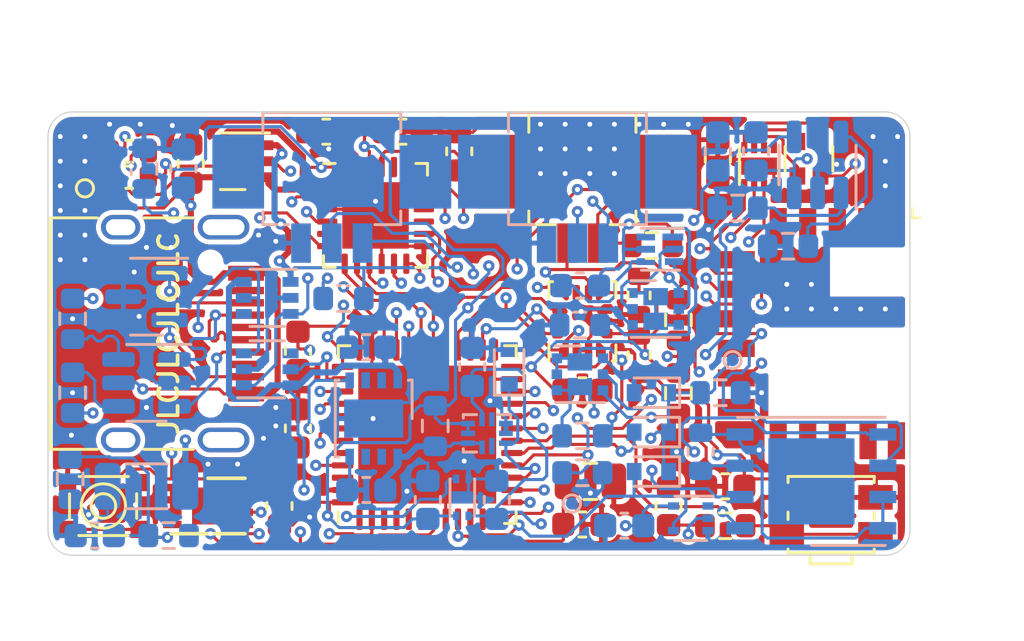
<source format=kicad_pcb>
(kicad_pcb (version 20210108) (generator pcbnew)
  (layers (0 "F.Cu" signal) (1 "In1.Cu" mixed) (2 "In2.Cu" mixed) (31 "B.Cu" signal) (34 "B.Paste" user) (35 "F.Paste" user) (36 "B.SilkS" user "B.Silkscreen") (37 "F.SilkS" user "F.Silkscreen") (38 "B.Mask" user) (39 "F.Mask" user) (44 "Edge.Cuts" user))
  (net 0 "")
  (net 1 "Net-(BT1-Pad2)")
  (net 2 "+BATT")
  (net 3 "GND")
  (net 4 "+3V3")
  (net 5 "Net-(C7-Pad1)")
  (net 6 "/PER_PWR")
  (net 7 "VBUS")
  (net 8 "Net-(C14-Pad1)")
  (net 9 "Net-(C15-Pad1)")
  (net 10 "+5V")
  (net 11 "Net-(C20-Pad1)")
  (net 12 "VCC")
  (net 13 "Net-(C23-Pad1)")
  (net 14 "Net-(C25-Pad1)")
  (net 15 "Net-(D1-Pad1)")
  (net 16 "Net-(D1-Pad2)")
  (net 17 "Net-(D1-Pad3)")
  (net 18 "/USB-C/CC2")
  (net 19 "/USB-C/CC1")
  (net 20 "/Power_management/PWR_EN")
  (net 21 "/PWR_MCU")
  (net 22 "/PWR_BTN")
  (net 23 "/CS_MON")
  (net 24 "Net-(FB1-Pad1)")
  (net 25 "/SWDIO")
  (net 26 "/SWCLK")
  (net 27 "/DBG_RX")
  (net 28 "/DBG_TX")
  (net 29 "no_connect_71")
  (net 30 "/USB-C/USB_D+")
  (net 31 "/USB-C/USB_D-")
  (net 32 "no_connect_70")
  (net 33 "Net-(Q1-Pad3)")
  (net 34 "Net-(Q1-Pad5)")
  (net 35 "Net-(Q1-Pad2)")
  (net 36 "Net-(Q2-Pad5)")
  (net 37 "Net-(Q2-Pad3)")
  (net 38 "/BAT_M_EN")
  (net 39 "/RESET")
  (net 40 "/USB_D-")
  (net 41 "Net-(R3-Pad1)")
  (net 42 "/USB_D+")
  (net 43 "Net-(R4-Pad1)")
  (net 44 "Net-(R5-Pad1)")
  (net 45 "Net-(R6-Pad2)")
  (net 46 "Net-(R6-Pad1)")
  (net 47 "Net-(R7-Pad2)")
  (net 48 "Net-(R8-Pad1)")
  (net 49 "/CHARG_STAT")
  (net 50 "Net-(R11-Pad1)")
  (net 51 "/BAT_V_MON")
  (net 52 "Net-(R16-Pad2)")
  (net 53 "Net-(R17-Pad2)")
  (net 54 "no_connect_79")
  (net 55 "no_connect_78")
  (net 56 "no_connect_77")
  (net 57 "/PWR_OR")
  (net 58 "/USB_DEBUG")
  (net 59 "/USB_ATTACH")
  (net 60 "/USB_VALID")
  (net 61 "/PER_EN")
  (net 62 "/SDA")
  (net 63 "/SCL")
  (net 64 "/CS_FLASH")
  (net 65 "/MOSI")
  (net 66 "/MISO")
  (net 67 "/SCK")
  (net 68 "/CS_IMU")
  (net 69 "/USB_INT")
  (net 70 "/IMU_INT2")
  (net 71 "/IMU_INT1")
  (net 72 "no_connect_73")
  (net 73 "/BL_RX")
  (net 74 "/BL_TX")
  (net 75 "no_connect_81")
  (net 76 "no_connect_80")
  (net 77 "no_connect_76")
  (net 78 "no_connect_75")
  (net 79 "no_connect_74")
  (net 80 "no_connect_72")
  (net 81 "no_connect_86")
  (net 82 "no_connect_85")
  (net 83 "no_connect_84")
  (net 84 "no_connect_82")
  (net 85 "no_connect_87")
  (net 86 "no_connect_88")
  (net 87 "no_connect_89")
  (net 88 "no_connect_83")
  (net 89 "no_connect_91")
  (net 90 "no_connect_90")
  (net 91 "no_connect_92")
  (net 92 "no_connect_97")
  (net 93 "no_connect_96")
  (net 94 "no_connect_95")
  (net 95 "no_connect_94")
  (net 96 "no_connect_93")
  (net 97 "no_connect_98")
  (net 98 "no_connect_69")
  (footprint "Capacitor_SMD:C_0603_1608Metric" (layer "F.Cu") (at 132.2 87.9 90)
    (fp_text reference "C8" hide)
    (fp_text value "100nF")
  )
  (footprint "Connector_USB:USB_C_Receptacle_HRO_TYPE-C-31-M-12" (layer "F.Cu") (at 109 95 -90)
    (fp_text reference "J3" hide)
    (fp_text value "USB_C_Receptacle_USB2.0")
  )
  (footprint "Capacitor_SMD:C_0603_1608Metric" (layer "F.Cu") (at 130.2 102 90)
    (fp_text reference "C23" hide)
    (fp_text value "100nF")
  )
  (footprint "Capacitor_SMD:C_0603_1608Metric" (layer "F.Cu") (at 115.15 98.85 90)
    (fp_text reference "C5" hide)
    (fp_text value "100nF")
  )
  (footprint "Resistor_SMD:R_0603_1608Metric" (layer "F.Cu") (at 130.6 97.425 90)
    (fp_text reference "R14" hide)
    (fp_text value "10k")
  )
  (footprint "Capacitor_SMD:C_0603_1608Metric" (layer "F.Cu") (at 114.4 102 -90)
    (fp_text reference "C12" hide)
    (fp_text value "100nF")
  )
  (footprint "Capacitor_SMD:C_0603_1608Metric" (layer "F.Cu") (at 115.15 95.7 -90)
    (fp_text reference "C3" hide)
    (fp_text value "100nF")
  )
  (footprint "TCY_passives:C_0603_1608Metric" (layer "F.Cu") (at 129 95.875 -90)
    (fp_text reference "C10" hide)
    (fp_text value "100nF")
  )
  (footprint "Capacitor_SMD:C_0603_1608Metric" (layer "F.Cu") (at 110.8 88.1 90)
    (fp_text reference "C13" hide)
    (fp_text value "1uF")
  )
  (footprint "TCY_buttons_switches:EVQ-P7J01P" (layer "F.Cu") (at 136.8 102.4)
    (fp_text reference "SW2" hide)
    (fp_text value "WAKEUP")
  )
  (footprint "Package_DFN_QFN:DFN-8-1EP_3x2mm_P0.5mm_EP1.3x1.5mm" (layer "F.Cu") (at 111.5 102)
    (fp_text reference "U3" hide)
    (fp_text value "M24C32-FMC6TG")
  )
  (footprint "TCY_IC:UDFN-6-2EP_2x2mm_P0.65mm_EP1x0.7mm" (layer "F.Cu") (at 113 88 180)
    (fp_text reference "U8" hide)
    (fp_text value "PMDPB70XP")
  )
  (footprint "TCY_passives:C_0603_1608Metric" (layer "F.Cu") (at 129 93.45 -90)
    (fp_text reference "C9" hide)
    (fp_text value "100nF")
  )
  (footprint "RF_Module:Microchip_RN4871" (layer "F.Cu") (at 136 95 -90)
    (fp_text reference "U2" hide)
    (fp_text value "RN4871")
  )
  (footprint "Resistor_SMD:R_0603_1608Metric" (layer "F.Cu") (at 129.525 91.425)
    (fp_text reference "R10" hide)
    (fp_text value "330R")
  )
  (footprint "Capacitor_SMD:C_0603_1608Metric" (layer "F.Cu") (at 116.3 86.8 180)
    (fp_text reference "C15" hide)
    (fp_text value "1uF")
  )
  (footprint "Capacitor_SMD:C_0603_1608Metric" (layer "F.Cu") (at 126.7 102.75)
    (fp_text reference "C4" hide)
    (fp_text value "100nF")
  )
  (footprint "Capacitor_SMD:C_0603_1608Metric" (layer "F.Cu") (at 126.7 97.3)
    (fp_text reference "C2" hide)
    (fp_text value "100nF")
  )
  (footprint "TCY_passives:R_0603_1608Metric" (layer "F.Cu") (at 108.3 88.65 180)
    (fp_text reference "R6" hide)
    (fp_text value "10k")
  )
  (footprint "Package_LGA:LGA-14_3x2.5mm_P0.5mm_LayoutBorder3x4y" (layer "F.Cu") (at 126.7 94.5 90)
    (fp_text reference "U5" hide)
    (fp_text value "LSM6DSL")
  )
  (footprint "Capacitor_SMD:C_0603_1608Metric" (layer "F.Cu") (at 119.4 86.8)
    (fp_text reference "C16" hide)
    (fp_text value "1uF")
  )
  (footprint "TCY_connectors:Amphenol_10114830-11102LF_1x02_P1.25mm_Horizontal" (layer "F.Cu") (at 126.7 90.525 180)
    (fp_text reference "BT1" hide)
    (fp_text value "1S Li-Po")
  )
  (footprint "TCY_connectors:TestPoint_Pad_D0.5mm" (layer "F.Cu") (at 106.5 89.1)
    (fp_text reference "TP1" hide)
    (fp_text value "VBUS")
  )
  (footprint "TCY_passives:R_0603_1608Metric" (layer "F.Cu") (at 108.3 87.6)
    (fp_text reference "R7" hide)
    (fp_text value "1k")
  )
  (footprint "Capacitor_SMD:C_0603_1608Metric" (layer "F.Cu") (at 132.5 101.2 180)
    (fp_text reference "C6" hide)
    (fp_text value "100nF")
  )
  (footprint "TCY_IC:UTDFN-8-1EP_1.5x1.5mm_P0.4mm_EP0.8x1.45mm" (layer "F.Cu") (at 133.875 88.2 -90)
    (fp_text reference "U4" hide)
    (fp_text value "KTD2026BEWE")
  )
  (footprint "Package_DFN_QFN:QFN-48-1EP_7x7mm_P0.5mm_EP5.6x5.6mm" (layer "F.Cu") (at 120.4 99.1 90)
    (fp_text reference "U1" hide)
    (fp_text value "STM32L452CEUx")
  )
  (footprint "Package_DFN_QFN:QFN-24-1EP_4x4mm_P0.5mm_EP2.7x2.7mm" (layer "F.Cu") (at 118.3 90.2)
    (fp_text reference "U9" hide)
    (fp_text value "STUSB1600AQTR")
  )
  (footprint "Resistor_SMD:R_Array_Convex_2x0606" (layer "F.Cu") (at 135.9 87.9 -90)
    (fp_text reference "D1" hide)
    (fp_text value "LED_RGBA")
  )
  (footprint "Resistor_SMD:R_0603_1608Metric" (layer "F.Cu") (at 132.5 102.8)
    (fp_text reference "R17" hide)
    (fp_text value "1k")
  )
  (footprint "Resistor_SMD:R_0603_1608Metric" (layer "F.Cu") (at 130.6 94.45 90)
    (fp_text reference "R15" hide)
    (fp_text value "10k")
  )
  (footprint "TCY_buttons_switches:KMT031NGJLHS" (layer "F.Cu") (at 107.25 102 180)
    (fp_text reference "SW1" hide)
    (fp_text value "RST_BTN")
  )
  (footprint "Capacitor_SMD:C_0805_2012Metric" (layer "F.Cu") (at 127.025 101)
    (fp_text reference "C1" hide)
    (fp_text value "10uF")
  )
  (footprint "Capacitor_SMD:C_0603_1608Metric" (layer "F.Cu") (at 121.7 87.6 90)
    (fp_text reference "C14" hide)
    (fp_text value "1uF")
  )
  (footprint "Package_TO_SOT_SMD:SOT-23-5" (layer "B.Cu") (at 136.25 88.15 90)
    (fp_text reference "U10" hide)
    (fp_text value "MCP73831-2-OT")
  )
  (footprint "Capacitor_SMD:C_0603_1608Metric" (layer "B.Cu") (at 128.4 102.8 180)
    (fp_text reference "C21" hide)
    (fp_text value "100nF")
  )
  (footprint "Resistor_SMD:R_0603_1608Metric" (layer "B.Cu") (at 105.9 100.9 90)
    (fp_text reference "R1" hide)
    (fp_text value "100k")
  )
  (footprint "Package_DFN_QFN:DFN-8-1EP_3x3mm_P0.65mm_EP1.55x2.4mm" (layer "B.Cu") (at 118.225 98.45 90)
    (fp_text reference "U15" hide)
    (fp_text value "NCV8165ML330")
  )
  (footprint "Package_SON:WSON-6_1.5x1.5mm_P0.5mm" (layer "B.Cu") (at 129.85 91.575 180)
    (fp_text reference "U11" hide)
    (fp_text value "BQ297xy")
  )
  (footprint "TCY_connectors:TestPoint_Pad_D0.5mm" (layer "B.Cu") (at 132.8 96.075 180)
    (fp_text reference "TP3" hide)
    (fp_text value "TestPoint")
  )
  (footprint "TCY_connectors:Amphenol_10114830-11103LF_1x03_P1.25mm_Horizontal" (layer "B.Cu") (at 126.5 90.575)
    (fp_text reference "J1" hide)
    (fp_text value "PROG_CONN")
  )
  (footprint "Capacitor_SMD:C_0603_1608Metric" (layer "B.Cu") (at 120.425 101.75 90)
    (fp_text reference "C26" hide)
    (fp_text value "1uF")
  )
  (footprint "Resistor_SMD:R_0603_1608Metric" (layer "B.Cu") (at 108.9 88.3 90)
    (fp_text reference "R5" hide)
    (fp_text value "1k")
  )
  (footprint "Package_TO_SOT_SMD:SOT-23-6" (layer "B.Cu") (at 109 97 180)
    (fp_text reference "U7" hide)
    (fp_text value "USBLC6-2SC6")
  )
  (footprint "Capacitor_SMD:C_0603_1608Metric" (layer "B.Cu") (at 131.5 99.8 90)
    (fp_text reference "C11" hide)
    (fp_text value "100nF")
  )
  (footprint "Package_TO_SOT_SMD:SOT-363_SC-70-6" (layer "B.Cu") (at 113.9 96.45)
    (fp_text reference "U13" hide)
    (fp_text value "LM66100")
  )
  (footprint "TCY_IC:UDFN-6-2EP_2x2mm_P0.65mm_EP1x0.7mm" (layer "B.Cu") (at 129.675 94 180)
    (fp_text reference "Q1" hide)
    (fp_text value "YJQ3400")
  )
  (footprint "Diode_SMD:D_SOD-523" (layer "B.Cu") (at 129.5 100.6 180)
    (fp_text reference "D4" hide)
    (fp_text value "RB751S40T5G")
  )
  (footprint "Resistor_SMD:R_0603_1608Metric" (layer "B.Cu") (at 126.7 99.15)
    (fp_text reference "R13" hide)
    (fp_text value "470k")
  )
  (footprint "Capacitor_SMD:C_0603_1608Metric" (layer "B.Cu") (at 126.6 93.05 180)
    (fp_text reference "C20" hide)
    (fp_text value "100nF")
  )
  (footprint "Capacitor_SMD:C_0603_1608Metric" (layer "B.Cu") (at 117.925 95.55 180)
    (fp_text reference "C22" hide)
    (fp_text value "1uF")
  )
  (footprint "Inductor_SMD:L_1206_3216Metric" (layer "B.Cu") (at 109 101.2 180)
    (fp_text reference "FB1" hide)
    (fp_text value "50R@100Mhz")
  )
  (footprint "Capacitor_SMD:C_0603_1608Metric" (layer "B.Cu") (at 122.225 96.35 90)
    (fp_text reference "C24" hide)
    (fp_text value "100nF")
  )
  (footprint "TCY_connectors:TestPoint_Pad_D0.5mm" (layer "B.Cu") (at 126.275 101.9 180)
    (fp_text reference "TP2" hide)
    (fp_text value "TestPoint")
  )
  (footprint "Capacitor_SMD:C_0603_1608Metric" (layer "B.Cu") (at 117.925 101.35 180)
    (fp_text reference "C25" hide)
    (fp_text value "1uF")
  )
  (footprint "Resistor_SMD:R_0603_1608Metric" (layer "B.Cu") (at 117 93.575 180)
    (fp_text reference "R16" hide)
    (fp_text value "100k")
  )
  (footprint "Capacitor_SMD:C_0603_1608Metric" (layer "B.Cu") (at 132.2 87.6 90)
    (fp_text reference "C18" hide)
    (fp_text value "4.7uF")
  )
  (footprint "Package_TO_SOT_SMD:SOT-363_SC-70-6" (layer "B.Cu") (at 113.9 93.55 180)
    (fp_text reference "U12" hide)
    (fp_text value "LM66100")
  )
  (footprint "Capacitor_SMD:C_0603_1608Metric" (layer "B.Cu") (at 123.225 101.75 90)
    (fp_text reference "C27" hide)
    (fp_text value "1uF")
  )
  (footprint "TCY_connectors:Amphenol_10114830-11103LF_1x03_P1.25mm_Horizontal" (layer "B.Cu") (at 116.525 90.575)
    (fp_text reference "J2" hide)
    (fp_text value "DBG_UART")
  )
  (footprint "Resistor_SMD:R_0603_1608Metric" (layer "B.Cu") (at 132.3 97.4)
    (fp_text reference "R19" hide)
    (fp_text value "10k")
  )
  (footprint "Capacitor_SMD:C_0603_1608Metric" (layer "B.Cu") (at 106.9 103.2 180)
    (fp_text reference "C7" hide)
    (fp_text value "100nF")
  )
  (footprint "Resistor_SMD:R_0603_1608Metric" (layer "B.Cu") (at 109.9 103.2 180)
    (fp_text reference "R2" hide)
    (fp_text value "1k")
  )
  (footprint "Capacitor_SMD:C_0603_1608Metric" (layer "B.Cu") (at 110.5 88.3 90)
    (fp_text reference "C17" hide)
    (fp_text value "1uF")
  )
  (footprint "TCY_IC:MLF-4_1.2x1.6mm_P0.5_1EP_0.85x0.5mm" (layer "B.Cu") (at 121.825 101.65 -90)
    (fp_text reference "U17" hide)
    (fp_text value "MIC94300")
  )
  (footprint "Resistor_SMD:R_0603_1608Metric" (layer "B.Cu") (at 106 97.4 -90)
    (fp_text reference "R4" hide)
    (fp_text value "22R")
  )
  (footprint "TCY_IC:UDFN-6-2EP_2x2mm_P0.65mm_EP1x0.7mm" (layer "B.Cu") (at 126.6 96.65 180)
    (fp_text reference "Q2" hide)
    (fp_text value "UT6MA2TCR")
  )
  (footprint "Resistor_SMD:R_0603_1608Metric" (layer "B.Cu") (at 133 89.9 180)
    (fp_text reference "R9" hide)
    (fp_text value "100k")
  )
  (footprint "Resistor_SMD:R_0603_1608Metric" (layer "B.Cu") (at 126.6 94.65 180)
    (fp_text reference "R11" hide)
    (fp_text value "2k2")
  )
  (footprint "Package_TO_SOT_SMD:SOT-553" (layer "B.Cu") (at 131.1 102.5 180)
    (fp_text reference "U14" hide)
    (fp_text value "SN74LVC1G14DRL")
  )
  (footprint "Diode_SMD:D_SOD-523" (layer "B.Cu") (at 129.5 97.4 180)
    (fp_text reference "D5" hide)
    (fp_text value "3V3")
  )
  (footprint "Resistor_SMD:R_0603_1608Metric" (layer "B.Cu") (at 120.725 98.75 90)
    (fp_text reference "R18" hide)
    (fp_text value "0.05R")
  )
  (footprint "Package_DFN_QFN:DFN-8-1EP_6x5mm_P1.27mm_EP4x4mm" (layer "B.Cu") (at 136 101)
    (fp_text reference "U6" hide)
    (fp_text value "AT25SF321B")
  )
  (footprint "Resistor_SMD:R_0603_1608Metric" (layer "B.Cu") (at 135.05 91.45 180)
    (fp_text reference "R8" hide)
    (fp_text value "22k")
  )
  (footprint "Package_DFN_QFN:UQFN-10_1.4x1.8mm_P0.4mm" (layer "B.Cu") (at 122.825 99.05 90)
    (fp_text reference "U16" hide)
    (fp_text value "INA199")
  )
  (footprint "Diode_SMD:D_SOD-523" (layer "B.Cu") (at 129.5 99 180)
    (fp_text reference "D3" hide)
    (fp_text value "RB751S40T5G")
  )
  (footprint "Capacitor_SMD:C_0603_1608Metric" (layer "B.Cu") (at 133.75 87.6 90)
    (fp_text reference "C19" hide)
    (fp_text value "4.7uF")
  )
  (footprint "Resistor_SMD:R_0603_1608Metric" (layer "B.Cu") (at 106 94.4 90)
    (fp_text reference "R3" hide)
    (fp_text value "22R")
  )
  (footprint "Resistor_SMD:R_0603_1608Metric" (layer "B.Cu") (at 126.7 100.65)
    (fp_text reference "R12" hide)
    (fp_text value "470k")
  )
  (footprint "Package_TO_SOT_SMD:SOT-23" (layer "B.Cu") (at 109 93.5 180)
    (fp_text reference "D2" hide)
    (fp_text value "EADA25L")
  )
  (footprint "Diode_SMD:D_SOD-523" (layer "B.Cu") (at 123.725 96.35 90)
    (fp_text reference "D6" hide)
    (fp_text value "3V3")
  )
  (gr_line (start 140 103) (end 140 87) (layer "Edge.Cuts") (width 0.05))
  (gr_arc (start 106 103.000003) (end 105 103) (angle -90) (layer "Edge.Cuts") (width 0.05))
  (gr_line (start 105 87) (end 105 103) (layer "Edge.Cuts") (width 0.05))
  (gr_arc (start 139 103) (end 139 104) (angle -90) (layer "Edge.Cuts") (width 0.05))
  (gr_line (start 139 86) (end 106 86) (layer "Edge.Cuts") (width 0.05))
  (gr_arc (start 106 87) (end 106 86) (angle -90) (layer "Edge.Cuts") (width 0.05))
  (gr_line (start 106 104) (end 139 104) (layer "Edge.Cuts") (width 0.05))
  (gr_arc (start 139 87) (end 140 87) (angle -90) (layer "Edge.Cuts") (width 0.05))
  (gr_text "JLCJLCJLCJLC" (at 109.9 95 90) (layer "F.SilkS") (effects (font (size 0.8 0.8))))
  (segment (start 126.075 92.4) (end 128 92.4) (width 0.127) (layer "F.Cu") (net 1))
  (segment (start 128 92.4) (end 128.275 92.125) (width 0.127) (layer "F.Cu") (net 1))
  (segment (start 128.275 92.125) (end 129.625 92.125) (width 0.127) (layer "F.Cu") (net 1))
  (segment (start 126.075 91.325) (end 126.075 92.4) (width 0.127) (layer "F.Cu") (net 1))
  (segment (start 125.2 92.5) (end 125.3 92.4) (width 0.127) (layer "F.Cu") (net 1))
  (segment (start 129.625 92.125) (end 130.225 92.725) (width 0.127) (layer "F.Cu") (net 1))
  (segment (start 125.3 92.4) (end 126.075 92.4) (width 0.127) (layer "F.Cu") (net 1))
  (via (at 125.2 92.5) (size 0.46) (drill 0.2) (layers "F.Cu" "B.Cu") (net 1))
  (via (at 130.225 92.725) (size 0.46) (drill 0.2) (layers "F.Cu" "B.Cu") (net 1))
  (segment (start 128.025 93.475) (end 128.025 92.925) (width 0.127) (layer "B.Cu") (net 1))
  (segment (start 130.6125 93.1125) (end 130.6125 93.35) (width 0.127) (layer "B.Cu") (net 1))
  (segment (start 125.75 93.05) (end 125.825 93.05) (width 0.127) (layer "B.Cu") (net 1))
  (segment (start 125.825 93.05) (end 126.3 93.05) (width 0.127) (layer "B.Cu") (net 1))
  (segment (start 127.8 93.7) (end 128.025 93.475) (width 0.127) (layer "B.Cu") (net 1))
  (segment (start 128.025 92.925) (end 128.6375 92.3125) (width 0.127) (layer "B.Cu") (net 1))
  (segment (start 126.95 93.7) (end 127.8 93.7) (width 0.127) (layer "B.Cu") (net 1))
  (segment (start 126.3 93.05) (end 126.95 93.7) (width 0.127) (layer "B.Cu") (net 1))
  (segment (start 128.6375 92.3125) (end 128.6375 92.1625) (width 0.127) (layer "B.Cu") (net 1))
  (segment (start 128.725 92.075) (end 129.275 92.075) (width 0.127) (layer "B.Cu") (net 1))
  (segment (start 128.6375 92.1625) (end 128.725 92.075) (width 0.127) (layer "B.Cu") (net 1))
  (segment (start 125.2 92.5) (end 125.75 93.05) (width 0.127) (layer "B.Cu") (net 1))
  (segment (start 130.225 92.725) (end 130.6125 93.1125) (width 0.127) (layer "B.Cu") (net 1))
  (segment (start 127.7 89.8) (end 127.325 90.175) (width 0.127) (layer "F.Cu") (net 2))
  (segment (start 124.05 91.6) (end 126.5 89.15) (width 0.127) (layer "F.Cu") (net 2))
  (segment (start 128.7 91.425) (end 128.6 91.325) (width 0.127) (layer "F.Cu") (net 2))
  (segment (start 127.7 89.5) (end 127.7 89.8) (width 0.127) (layer "F.Cu") (net 2))
  (segment (start 128.6 91.325) (end 127.325 91.325) (width 0.127) (layer "F.Cu") (net 2))
  (segment (start 127.35 89.15) (end 127.7 89.5) (width 0.127) (layer "F.Cu") (net 2))
  (segment (start 126.5 89.15) (end 127.35 89.15) (width 0.127) (layer "F.Cu") (net 2))
  (segment (start 127.325 90.175) (end 127.325 91.325) (width 0.127) (layer "F.Cu") (net 2))
  (segment (start 124.05 92.375) (end 124.05 91.6) (width 0.127) (layer "F.Cu") (net 2))
  (via (at 135.825 87.9) (size 0.46) (drill 0.2) (layers "F.Cu" "B.Cu") (net 2))
  (via (at 126.5 89.15) (size 0.46) (drill 0.2) (layers "F.Cu" "B.Cu") (net 2))
  (via (at 127.175 98.225) (size 0.46) (drill 0.2) (layers "F.Cu" "B.Cu") (net 2))
  (via (at 124.05 92.375) (size 0.46) (drill 0.2) (layers "F.Cu" "B.Cu") (net 2))
  (via (at 115.55 92.75) (size 0.46) (drill 0.2) (layers "F.Cu" "B.Cu") (net 2))
  (segment (start 135.125 88.375) (end 135.3 88.375) (width 0.127) (layer "B.Cu") (net 2))
  (segment (start 126.2 97.35) (end 126.2 97.55) (width 0.127) (layer "B.Cu") (net 2))
  (segment (start 125.875 98.4) (end 126.2 98.075) (width 0.127) (layer "B.Cu") (net 2))
  (segment (start 126.775 97.15) (end 127 97.375) (width 0.127) (layer "B.Cu") (net 2))
  (segment (start 127 97.375) (end 127 97.5) (width 0.127) (layer "B.Cu") (net 2))
  (segment (start 114.25 96.25) (end 113.4 97.1) (width 0.127) (layer "B.Cu") (net 2))
  (segment (start 114.25 94.45) (end 114.25 96.25) (width 0.127) (layer "B.Cu") (net 2))
  (segment (start 126.2 98.075) (end 126.2 97.725) (width 0.127) (layer "B.Cu") (net 2))
  (segment (start 115.55 93.975) (end 115.325 94.2) (width 0.127) (layer "B.Cu") (net 2))
  (segment (start 127 97.7) (end 127.175 97.875) (width 0.127) (layer "B.Cu") (net 2))
  (segment (start 114.8 94.2) (end 114.5 94.2) (width 0.127) (layer "B.Cu") (net 2))
  (segment (start 135.4 87.9) (end 135.3 88) (width 0.127) (layer "B.Cu") (net 2))
  (segment (start 126.2 97.725) (end 126.2 97.35) (width 0.127) (layer "B.Cu") (net 2))
  (segment (start 115.325 94.2) (end 114.85 94.2) (width 0.127) (layer "B.Cu") (net 2))
  (segment (start 114.5 94.2) (end 114.25 94.45) (width 0.127) (layer "B.Cu") (net 2))
  (segment (start 135.3 88) (end 135.3 88.375) (width 0.127) (layer "B.Cu") (net 2))
  (segment (start 126.45 97.3) (end 126.6 97.15) (width 0.127) (layer "B.Cu") (net 2))
  (segment (start 125.875 99.25) (end 125.875 98.4) (width 0.127) (layer "B.Cu") (net 2))
  (segment (start 126.6 97.15) (end 126.4 97.15) (width 0.127) (layer "B.Cu") (net 2))
  (segment (start 133.75 88.375) (end 135.125 88.375) (width 0.127) (layer "B.Cu") (net 2))
  (segment (start 127 97.375) (end 127 97.7) (width 0.127) (layer "B.Cu") (net 2))
  (segment (start 125.6625 97.3) (end 126.45 97.3) (width 0.127) (layer "B.Cu") (net 2))
  (segment (start 126.4 97.15) (end 126.2 97.35) (width 0.127) (layer "B.Cu") (net 2))
  (segment (start 113.4 97.1) (end 112.95 97.1) (width 0.127) (layer "B.Cu") (net 2))
  (segment (start 126.6 97.15) (end 126.775 97.15) (width 0.127) (layer "B.Cu") (net 2))
  (segment (start 135.3 88.375) (end 135.3 89.2875) (width 0.127) (layer "B.Cu") (net 2))
  (segment (start 115.55 92.75) (end 115.55 93.975) (width 0.127) (layer "B.Cu") (net 2))
  (segment (start 135.825 87.9) (end 135.4 87.9) (width 0.127) (layer "B.Cu") (net 2))
  (segment (start 127.175 97.875) (end 127.175 98.225) (width 0.127) (layer "B.Cu") (net 2))
  (segment (start 121.275 103.725) (end 121.15 103.6) (width 0.127) (layer "F.Cu") (net 3))
  (segment (start 119.55 91.45) (end 118.3 90.2) (width 0.127) (layer "F.Cu") (net 3))
  (segment (start 127.475 103.625) (end 127.375 103.725) (width 0.127) (layer "F.Cu") (net 3))
  (segment (start 132.875 101.975) (end 132.5 101.6) (width 0.127) (layer "F.Cu") (net 3))
  (segment (start 133.775 101.975) (end 132.875 101.975) (width 0.127) (layer "F.Cu") (net 3))
  (segment (start 113.55 91.75) (end 113.55 91) (width 0.127) (layer "F.Cu") (net 3))
  (segment (start 113.4375 91) (end 113.55 91) (width 0.127) (layer "F.Cu") (net 3))
  (segment (start 133.275 87.925) (end 132.275 87.925) (width 0.127) (layer "F.Cu") (net 3))
  (segment (start 138.15 89.5) (end 138.25 89.6) (width 0.127) (layer "F.Cu") (net 3))
  (segment (start 128.825 95.825) (end 128.65 95.65) (width 0.127) (layer "F.Cu") (net 3))
  (segment (start 118.15 96.85) (end 120.4 99.1) (width 0.127) (layer "F.Cu") (net 3))
  (segment (start 118.55 92.1625) (end 118.55 90.45) (width 0.127) (layer "F.Cu") (net 3))
  (segment (start 127.475 102.75) (end 127.475 103.625) (width 0.127) (layer "F.Cu") (net 3))
  (segment (start 121.675 86.8) (end 121.7 86.825) (width 0.127) (layer "F.Cu") (net 3))
  (segment (start 135 101.65) (end 134.1 101.65) (width 0.127) (layer "F.Cu") (net 3))
  (segment (start 129 96.65) (end 129 97.05) (width 0.127) (layer "F.Cu") (net 3))
  (segment (start 138.25 89.6) (end 138.25 90.65) (width 0.127) (layer "F.Cu") (net 3))
  (segment (start 132.5 101.6) (end 132.5 101.275) (width 0.127) (layer "F.Cu") (net 3))
  (segment (start 126.45 95.6625) (end 126.95 95.6625) (width 0.127) (layer "F.Cu") (net 3))
  (segment (start 127.05 94.5) (end 126.65 94.1) (width 0.127) (layer "F.Cu") (net 3))
  (segment (start 113.045 91.75) (end 113.25 91.75) (width 0.127) (layer "F.Cu") (net 3))
  (segment (start 121.15 99.85) (end 120.4 99.1) (width 0.127) (layer "F.Cu") (net 3))
  (segment (start 113.55 91.3) (end 113.55 91) (width 0.127) (layer "F.Cu") (net 3))
  (segment (start 118.15 95.6625) (end 118.15 96.85) (width 0.127) (layer "F.Cu") (net 3))
  (segment (start 129.65 97.2) (end 130.075 97.625) (width 0.127) (layer "F.Cu") (net 3))
  (segment (start 114.25 91.5) (end 114.25 91.25) (width 0.127) (layer "F.Cu") (net 3))
  (segment (start 134.475 88.45) (end 134.475 88.95) (width 0.127) (layer "F.Cu") (net 3))
  (segment (start 126.95 95.6625) (end 126.95 95.2) (width 0.127) (layer "F.Cu") (net 3))
  (segment (start 130.975 92.775) (end 130.6 93.15) (width 0.127) (layer "F.Cu") (net 3))
  (segment (start 113.85 101.75) (end 114.1 102) (width 0.127) (layer "F.Cu") (net 3))
  (segment (start 133.55 88.2) (end 133.275 87.925) (width 0.127) (layer "F.Cu") (net 3))
  (segment (start 131.45 99.35) (end 131.725 99.625) (width 0.127) (layer "F.Cu") (net 3))
  (segment (start 121.15 103.6) (end 121.15 102.5375) (width 0.127) (layer "F.Cu") (net 3))
  (segment (start 114.4 102.05) (end 114.4 102.775) (width 0.127) (layer "F.Cu") (net 3))
  (segment (start 130.225 101.2) (end 130.2 101.225) (width 0.127) (layer "F.Cu") (net 3))
  (segment (start 133.85 88.2) (end 133.55 88.2) (width 0.127) (layer "F.Cu") (net 3))
  (segment (start 114 91.75) (end 114.25 91.5) (width 0.127) (layer "F.Cu") (net 3))
  (segment (start 133.875 88.2) (end 133.85 88.2) (width 0.127) (layer "F.Cu") (net 3))
  (segment (start 133.875 88.2) (end 134.225 88.2) (width 0.127) (layer "F.Cu") (net 3))
  (segment (start 131 101.2) (end 130.225 101.2) (width 0.127) (layer "F.Cu") (net 3))
  (segment (start 132.5 101.275) (end 132.425 101.2) (width 0.127) (layer "F.Cu") (net 3))
  (segment (start 127.95 95.65) (end 127.85 95.75) (width 0.127) (layer "F.Cu") (net 3))
  (segment (start 132.2 87.85) (end 132.2 87.125) (width 0.127) (layer "F.Cu") (net 3))
  (segment (start 127.375 103.725) (end 121.275 103.725) (width 0.127) (layer "F.Cu") (net 3))
  (segment (start 132.275 87.925) (end 132.2 87.85) (width 0.127) (layer "F.Cu") (net 3))
  (segment (start 123.8375 96.85) (end 122.65 96.85) (width 0.127) (layer "F.Cu") (net 3))
  (segment (start 134.475 89.375) (end 134.6 89.5) (width 0.127) (layer "F.Cu") (net 3))
  (segment (start 115.25 102.45) (end 114.925 102.775) (width 0.127) (layer "F.Cu") (net 3))
  (segment (start 113.045 91.75) (end 114 91.75) (width 0.127) (layer "F.Cu") (net 3))
  (segment (start 118.3 89.625) (end 117.975 89.95) (width 0.127) (layer "F.Cu") (net 3))
  (segment (start 114.1 102) (end 114.35 102) (width 0.127) (layer "F.Cu") (net 3))
  (segment (start 121.7 86.825) (end 122.25 86.825) (width 0.127) (layer "F.Cu") (net 3))
  (segment (start 131.45 98.075) (end 131.45 98.825) (width 0.127) (layer "F.Cu") (net 3))
  (segment (start 131.45 98.825) (end 131.45 98.9) (width 0.127) (layer "F.Cu") (net 3))
  (segment (start 131.725 101.2) (end 131 101.2) (width 0.127) (layer "F.Cu") (net 3))
  (segment (start 134.1 101.65) (end 133.775 101.975) (width 0.127) (layer "F.Cu") (net 3))
  (segment (start 136.1 89.5) (end 138.15 89.5) (width 0.127) (layer "F.Cu") (net 3))
  (segment (start 120.175 86.8) (end 121.675 86.8) (width 0.127) (layer "F.Cu") (net 3))
  (segment (start 127.6125 94.5) (end 127.05 94.5) (width 0.127) (layer "F.Cu") (net 3))
  (segment (start 131.55 90.775) (end 130.975 91.35) (width 0.127) (layer "F.Cu") (net 3))
  (segment (start 117.975 89.95) (end 116.3375 89.95) (width 0.127) (layer "F.Cu") (net 3))
  (segment (start 134.225 88.2) (end 134.475 88.45) (width 0.127) (layer "F.Cu") (net 3))
  (segment (start 131.45 98) (end 131.45 98.075) (width 0.127) (layer "F.Cu") (net 3))
  (segment (start 113.045 91.3925) (end 113.4375 91) (width 0.127) (layer "F.Cu") (net 3))
  (segment (start 115.625 102.45) (end 115.25 102.45) (width 0.127) (layer "F.Cu") (net 3))
  (segment (start 134.475 88.95) (end 134.475 89.375) (width 0.127) (layer "F.Cu") (net 3))
  (segment (start 112.95 101.75) (end 113.85 101.75) (width 0.127) (layer "F.Cu") (net 3))
  (segment (start 129 97.05) (end 129.15 97.2) (width 0.127) (layer "F.Cu") (net 3))
  (segment (start 131.075 97.625) (end 131.45 98) (width 0.127) (layer "F.Cu") (net 3))
  (segment (start 120.2625 91.45) (end 119.55 91.45) (width 0.127) (layer "F.Cu") (net 3))
  (segment (start 127.475 96.675) (end 127.475 97.3) (width 0.127) (layer "F.Cu") (net 3))
  (segment (start 127.05 95.1) (end 127.05 94.5) (width 0.127) (layer "F.Cu") (net 3))
  (segment (start 127.85 96.3) (end 127.475 96.675) (width 0.127) (layer "F.Cu") (net 3))
  (segment (start 132.425 101.2) (end 131.725 101.2) (width 0.127) (layer "F.Cu") (net 3))
  (segment (start 134.6 89.5) (end 136.1 89.5) (width 0.127) (layer "F.Cu") (net 3))
  (segment (start 129.15 97.2) (end 129.65 97.2) (width 0.127) (layer "F.Cu") (net 3))
  (segment (start 114.925 102.775) (end 114.4 102.775) (width 0.127) (layer "F.Cu") (net 3))
  (segment (start 130.075 97.625) (end 131.075 97.625) (width 0.127) (layer "F.Cu") (net 3))
  (segment (start 128.825 96.475) (end 128.825 95.825) (width 0.127) (layer "F.Cu") (net 3))
  (segment (start 118.15 101.35) (end 120.4 99.1) (width 0.127) (layer "F.Cu") (net 3))
  (segment (start 131.825 90.775) (end 131.55 90.775) (width 0.127) (layer "F.Cu") (net 3))
  (segment (start 130.975 91.35) (end 130.975 92.775) (width 0.127) (layer "F.Cu") (net 3))
  (segment (start 128.65 95.65) (end 127.95 95.65) (width 0.127) (layer "F.Cu") (net 3))
  (segment (start 127.85 96.3) (end 127.725 96.425) (width 0.127) (layer "F.Cu") (net 3))
  (segment (start 126.95 95.2) (end 127.05 95.1) (width 0.127) (layer "F.Cu") (net 3))
  (segment (start 131.725 99.625) (end 131.725 101.2) (width 0.127) (layer "F.Cu") (net 3))
  (segment (start 122.425 86.65) (end 123.55 86.65) (width 0.127) (layer "F.Cu") (net 3))
  (segment (start 129 96.65) (end 128.825 96.475) (width 0.127) (layer "F.Cu") (net 3))
  (segment (start 131.45 98.825) (end 131.45 99.35) (width 0.127) (layer "F.Cu") (net 3))
  (segment (start 121.15 102.5375) (end 121.15 99.85) (width 0.127) (layer "F.Cu") (net 3))
  (segment (start 130.6 93.15) (end 130.6 93.625) (width 0.127) (layer "F.Cu") (net 3))
  (segment (start 113.045 91.75) (end 113.045 91.3925) (width 0.127) (layer "F.Cu") (net 3))
  (segment (start 122.25 86.825) (end 122.425 86.65) (width 0.127) (layer "F.Cu") (net 3))
  (segment (start 116.9625 101.35) (end 118.15 101.35) (width 0.127) (layer "F.Cu") (net 3))
  (segment (start 122.65 96.85) (end 120.4 99.1) (width 0.127) (layer "F.Cu") (net 3))
  (segment (start 127.85 95.75) (end 127.85 96.3) (width 0.127) (layer "F.Cu") (net 3))
  (segment (start 114.35 102) (end 114.4 102.05) (width 0.127) (layer "F.Cu") (net 3))
  (segment (start 131 101.2) (end 131 100.275) (width 0.127) (layer "F.Cu") (net 3))
  (segment (start 131 100.275) (end 130.525 99.8) (width 0.127) (layer "F.Cu") (net 3))
  (via (at 107.5 86.5) (size 0.46) (drill 0.2) (layers "F.Cu" "B.Cu") (net 3))
  (via (at 108.5 92.5) (size 0.46) (drill 0.2) (layers "F.Cu" "B.Cu") (net 3))
  (via (at 109 91.5) (size 0.46) (drill 0.2) (layers "F.Cu" "B.Cu") (net 3))
  (via (at 133.875 99.725) (size 0.46) (drill 0.2) (layers "F.Cu" "B.Cu") (net 3))
  (via (at 122.95 97.725) (size 0.46) (drill 0.2) (layers "F.Cu" "B.Cu") (net 3))
  (via (at 138 94) (size 0.46) (drill 0.2) (layers "F.Cu" "B.Cu") (net 3))
  (via (at 106.5 92) (size 0.46) (drill 0.2) (layers "F.Cu" "B.Cu") (net 3))
  (via (at 128 86.5) (size 0.46) (drill 0.2) (layers "F.Cu" "B.Cu") (net 3))
  (via (at 137.025 88.125) (size 0.46) (drill 0.2) (layers "F.Cu" "B.Cu") (net 3))
  (via (at 130.525 99.8) (size 0.46) (drill 0.2) (layers "F.Cu" "B.Cu") (net 3))
  (via (at 137 94) (size 0.46) (drill 0.2) (layers "F.Cu" "B.Cu") (net 3))
  (via (at 105.5 89) (size 0.46) (drill 0.2) (layers "F.Cu" "B.Cu") (net 3))
  (via (at 106 97.4) (size 0.46) (drill 0.2) (layers "F.Cu" "B.Cu") (net 3))
  (via (at 106.5 88) (size 0.46) (drill 0.2) (layers "F.Cu" "B.Cu") (net 3))
  (via (at 116.4 87.5) (size 0.46) (drill 0.2) (layers "F.Cu" "B.Cu") (net 3))
  (via (at 111.5 100.3) (size 0.46) (drill 0.2) (layers "F.Cu" "B.Cu") (net 3))
  (via (at 133.975 97.4) (size 0.46) (drill 0.2) (layers "F.Cu" "B.Cu") (net 3))
  (via (at 126 87.5) (size 0.46) (drill 0.2) (layers "F.Cu" "B.Cu") (net 3))
  (via (at 128 87.5) (size 0.46) (drill 0.2) (layers "F.Cu" "B.Cu") (net 3))
  (via (at 109 98) (size 0.46) (drill 0.2) (layers "F.Cu" "B.Cu") (net 3))
  (via (at 105.5 88) (size 0.46) (drill 0.2) (layers "F.Cu" "B.Cu") (net 3))
  (via (at 108.75 86.5) (size 0.46) (drill 0.2) (layers "F.Cu" "B.Cu") (net 3))
  (via (at 113.75 99.25) (size 0.46) (drill 0.2) (layers "F.Cu" "B.Cu") (net 3))
  (via (at 106.5 90) (size 0.46) (drill 0.2) (layers "F.Cu" "B.Cu") (net 3))
  (via (at 105.5 92) (size 0.46) (drill 0.2) (layers "F.Cu" "B.Cu") (net 3))
  (via (at 105.5 87) (size 0.46) (drill 0.2) (layers "F.Cu" "B.Cu") (net 3))
  (via (at 126 86.5) (size 0.46) (drill 0.2) (layers "F.Cu" "B.Cu") (net 3))
  (via (at 131 86.5) (size 0.46) (drill 0.2) (layers "F.Cu" "B.Cu") (net 3))
  (via (at 112.7 100.3) (size 0.46) (drill 0.2) (layers "F.Cu" "B.Cu") (net 3))
  (via (at 139 88) (size 0.46) (drill 0.2) (layers "F.Cu" "B.Cu") (net 3))
  (via (at 127 87.5) (size 0.46) (drill 0.2) (layers "F.Cu" "B.Cu") (net 3))
  (via (at 110 91.5) (size 0.46) (drill 0.2) (layers "F.Cu" "B.Cu") (net 3))
  (via (at 106.5 91) (size 0.46) (drill 0.2) (layers "F.Cu" "B.Cu") (net 3))
  (via (at 130 86.5) (size 0.46) (drill 0.2) (layers "F.Cu" "B.Cu") (net 3))
  (via (at 108.7 94.3) (size 0.46) (drill 0.2) (layers "F.Cu" "B.Cu") (net 3))
  (via (at 127.025 101.475) (size 0.46) (drill 0.2) (layers "F.Cu" "B.Cu") (net 3))
  (via (at 114.25 91.25) (size 0.46) (drill 0.2) (layers "F.Cu" "B.Cu") (net 3))
  (via (at 129 86.5) (size 0.46) (drill 0.2) (layers "F.Cu" "B.Cu") (net 3))
  (via (at 136 93) (size 0.46) (drill 0.2) (layers "F.Cu" "B.Cu") (net 3))
  (via (at 139 89) (size 0.46) (drill 0.2) (layers "F.Cu" "B.Cu") (net 3))
  (via (at 125 87.5) (size 0.46) (drill 0.2) (layers "F.Cu" "B.Cu") (net 3))
  (via (at 118.2 98.45) (size 0.46) (drill 0.2) (layers "F.Cu" "B.Cu") (net 3))
  (via (at 135 94) (size 0.46) (drill 0.2) (layers "F.Cu" "B.Cu") (net 3))
  (via (at 136 94) (size 0.46) (drill 0.2) (layers "F.Cu" "B.Cu") (net 3))
  (via (at 125 86.5) (size 0.46) (drill 0.2) (layers "F.Cu" "B.Cu") (net 3))
  (via (at 105.95 99.125) (size 0.46) (drill 0.2) (layers "F.Cu" "B.Cu") (net 3))
  (via (at 118.3 89.625) (size 0.46) (drill 0.2) (layers "F.Cu" "B.Cu") (net 3))
  (via (at 114.25 98.75) (size 0.46) (drill 0.2) (layers "F.Cu" "B.Cu") (net 3))
  (via (at 127 88.5) (size 0.46) (drill 0.2) (layers "F.Cu" "B.Cu") (net 3))
  (via (at 110.05 86.55) (size 0.46) (drill 0.2) (layers "F.Cu" "B.Cu") (net 3))
  (via (at 138.5 87) (size 0.46) (drill 0.2) (layers "F.Cu" "B.Cu") (net 3))
  (via (at 128 88.5) (size 0.46) (drill 0.2) (layers "F.Cu" "B.Cu") (net 3))
  (via (at 131.825 90.775) (size 0.46) (drill 0.2) (layers "F.Cu" "B.Cu") (net 3))
  (via (at 139 94) (size 0.46) (drill 0.2) (layers "F.Cu" "B.Cu") (net 3))
  (via (at 127 86.5) (size 0.46) (drill 0.2) (layers "F.Cu" "B.Cu") (net 3))
  (via (at 126.65 94.1) (size 0.46) (drill 0.2) (layers "F.Cu" "B.Cu") (net 3))
  (via (at 126 88.5) (size 0.46) (drill 0.2) (layers "F.Cu" "B.Cu") (net 3))
  (via (at 114.25 98) (size 0.46) (drill 0.2) (layers "F.Cu" "B.Cu") (net 3))
  (via (at 115.625 102.45) (size 0.46) (drill 0.2) (layers "F.Cu" "B.Cu") (net 3))
  (via (at 113.55 91) (size 0.46) (drill 0.2) (layers "F.Cu" "B.Cu") (net 3))
  (via (at 106.5 87) (size 0.46) (drill 0.2) (layers "F.Cu" "B.Cu") (net 3))
  (via (at 119.575 101.4) (size 0.46) (drill 0.2) (layers "F.Cu" "B.Cu") (net 3))
  (via (at 125 88.5) (size 0.46) (drill 0.2) (layers "F.Cu" "B.Cu") (net 3))
  (via (at 108.55 101.95) (size 0.46) (drill 0.2) (layers "F.Cu" "B.Cu") (net 3))
  (via (at 105.5 91) (size 0.46) (drill 0.2) (layers "F.Cu" "B.Cu") (net 3))
  (via (at 105.5 90) (size 0.46) (drill 0.2) (layers "F.Cu" "B.Cu") (net 3))
  (via (at 135 93) (size 0.46) (drill 0.2) (layers "F.Cu" "B.Cu") (net 3))
  (via (at 139.5 87) (size 0.46) (drill 0.2) (layers "F.Cu" "B.Cu") (net 3))
  (via (at 121.9 100.175) (size 0.46) (drill 0.2) (layers "F.Cu" "B.Cu") (net 3))
  (via (at 106 94.4) (size 0.46) (drill 0.2) (layers "F.Cu" "B.Cu") (net 3))
  (segment (start 123.5935 98.4435) (end 123.5935 98.65) (width 0.127) (layer "B.Cu") (net 3))
  (segment (start 115.8 102.625) (end 115.8 103.525) (width 0.127) (layer "B.Cu") (net 3))
  (segment (start 136.475 88.15) (end 136.5 88.125) (width 0.127) (layer "B.Cu") (net 3))
  (segment (start 119.875 100.25) (end 120.425 100.25) (width 0.127) (layer "B.Cu") (net 3))
  (segment (start 128.225 96.65) (end 128.65 96.65) (width 0.127) (layer "B.Cu") (net 3))
  (segment (start 133.1 99.45) (end 133.1 99.095) (width 0.127) (layer "B.Cu") (net 3))
  (segment (start 108.0625 94.4625) (end 108.0625 93.5) (width 0.127) (layer "B.Cu") (net 3))
  (segment (start 113.9 93.8) (end 114.15 93.55) (width 0.127) (layer "B.Cu") (net 3))
  (segment (start 117.15 101.35) (end 117.85 101.35) (width 0.127) (layer "B.Cu") (net 3))
  (segment (start 108.0625 92.8375) (end 108.025 92.8) (width 0.127) (layer "B.Cu") (net 3))
  (segment (start 136.5 88.125) (end 136.725 88.125) (width 0.127) (layer "B.Cu") (net 3))
  (segment (start 127.575 96) (end 128.225 96.65) (width 0.127) (layer "B.Cu") (net 3))
  (segment (start 105.275 94.4) (end 105.275 99.025) (width 0.127) (layer "B.Cu") (net 3))
  (segment (start 110.1375 97) (end 109.4 97) (width 0.127) (layer "B.Cu") (net 3))
  (segment (start 105.55 92.8) (end 105.275 93.075) (width 0.127) (layer "B.Cu") (net 3))
  (segment (start 127.625 103.55) (end 127.625 102.8) (width 0.127) (layer "B.Cu") (net 3))
  (segment (start 131.57 99.095) (end 131.5 99.025) (width 0.127) (layer "B.Cu") (net 3))
  (segment (start 107.425 102.375) (end 107.425 101.2) (width 0.127) (layer "B.Cu") (net 3))
  (segment (start 119.575 100.55) (end 119.875 100.25) (width 0.127) (layer "B.Cu") (net 3))
  (segment (start 122.075 100.9) (end 123.15 100.9) (width 0.127) (layer "B.Cu") (net 3))
  (segment (start 119.575 101.4) (end 119.575 100.55) (width 0.127) (layer "B.Cu") (net 3))
  (segment (start 136.25 88.375) (end 136.475 88.15) (width 0.127) (layer "B.Cu") (net 3))
  (segment (start 132.25 94.625) (end 130.35 96.525) (width 0.127) (layer "B.Cu") (net 3))
  (segment (start 116 103.725) (end 127.45 103.725) (width 0.127) (layer "B.Cu") (net 3))
  (segment (start 128 94) (end 128.65 94.65) (width 0.127) (layer "B.Cu") (net 3))
  (segment (start 130.225 96.65) (end 130.35 96.525) (width 0.127) (layer "B.Cu") (net 3))
  (segment (start 109 95.4) (end 108.0625 94.4625) (width 0.127) (layer "B.Cu") (net 3))
  (segment (start 117.925 94.65) (end 119 93.575) (width 0.127) (layer "B.Cu") (net 3))
  (segment (start 122.95 97.725) (end 123.25 97.725) (width 0.127) (layer "B.Cu") (net 3))
  (segment (start 105.625 92.8) (end 105.55 92.8) (width 0.127) (layer "B.Cu") (net 3))
  (segment (start 136.725 88.125) (end 137.025 88.125) (width 0.127) (layer "B.Cu") (net 3))
  (segment (start 120.425 100.25) (end 120.425 100.975) (width 0.127) (layer "B.Cu") (net 3))
  (segment (start 127.325 101.475) (end 127.025 101.475) (width 0.127) (layer "B.Cu") (net 3))
  (segment (start 117.15 95.55) (end 117.825 95.55) (width 0.127) (layer "B.Cu") (net 3))
  (segment (start 114.15 93.55) (end 114.85 93.55) (width 0.127) (layer "B.Cu") (net 3))
  (segment (start 105.275 93.075) (end 105.275 94.4) (width 0.127) (layer "B.Cu") (net 3))
  (segment (start 106.125 103.2) (end 106.8 103.2) (width 0.127) (layer "B.Cu") (net 3))
  (segment (start 133.375 99.725) (end 133.1 99.45) (width 0.127) (layer "B.Cu") (net 3))
  (segment (start 119.275 97.8) (end 119.675 97.8) (width 0.127) (layer "B.Cu") (net 3))
  (segment (start 121.175 94.325) (end 121.175 96.3) (width 0.127) (layer "B.Cu") (net 3))
  (segment (start 107.35 102.45) (end 107.425 102.375) (width 0.127) (layer "B.Cu") (net 3))
  (segment (start 118.225 98.45) (end 118.625 98.45) (width 0.127) (layer "B.Cu") (net 3))
  (segment (start 106.9 102.8) (end 107.25 102.45) (width 0.127) (layer "B.Cu") (net 3))
  (segment (start 109 96.6) (end 109 95.4) (width 0.127) (layer "B.Cu") (net 3))
  (segment (start 131.825 90.775) (end 131.825 91.2) (width 0.127) (layer "B.Cu") (net 3))
  (segment (start 106.8 103.2) (end 106.9 103.1) (width 0.127) (layer "B.Cu") (net 3))
  (segment (start 108.025 92.8) (end 105.625 92.8) (width 0.127) (layer "B.Cu") (net 3))
  (segment (start 113.9 96) (end 113.9 93.8) (width 0.127) (layer "B.Cu") (net 3))
  (segment (start 119 93.575) (end 120.425 93.575) (width 0.127) (layer "B.Cu") (net 3))
  (segment (start 127.525 100.65) (end 127.525 101.275) (width 0.127) (layer "B.Cu") (net 3))
  (segment (start 117.25 100) (end 117.25 101.25) (width 0.127) (layer "B.Cu") (net 3))
  (segment (start 118.625 98.45) (end 119.275 97.8) (width 0.127) (layer "B.Cu") (net 3))
  (segment (start 122.075 101.5) (end 122.075 100.9) (width 0.127) (layer "B.Cu") (net 3))
  (segment (start 127.45 103.725) (end 127.625 103.55) (width 0.127) (layer "B.Cu") (net 3))
  (segment (start 119.675 97.8) (end 119.775 97.7) (width 0.127) (layer "B.Cu") (net 3))
  (segment (start 106.9 103.1) (end 106.9 102.8) (width 0.127) (layer "B.Cu") (net 3))
  (segment (start 119.575 101.825) (end 119.575 101.4) (width 0.127) (layer "B.Cu") (net 3))
  (segment (start 121.825 101.65) (end 121.925 101.65) (width 0.127) (layer "B.Cu") (net 3))
  (segment (start 121.175 96.3) (end 119.675 97.8) (width 0.127) (layer "B.Cu") (net 3))
  (segment (start 115.625 102.45) (end 115.8 102.625) (width 0.127) (layer "B.Cu") (net 3))
  (segment (start 113.45 96.45) (end 113.9 96) (width 0.127) (layer "B.Cu") (net 3))
  (segment (start 117.85 101.35) (end 117.925 101.425) (width 0.127) (layer "B.Cu") (net 3))
  (segment (start 132.175 90.425) (end 132.175 89.9) (width 0.127) (layer "B.Cu") (net 3))
  (segment (start 128.65 96.65) (end 130.225 96.65) (width 0.127) (layer "B.Cu") (net 3))
  (segment (start 112.95 96.45) (end 113.45 96.45) (width 0.127) (layer "B.Cu") (net 3))
  (segment (start 128.65 94.65) (end 128.7375 94.65) (width 0.127) (layer "B.Cu") (net 3))
  (segment (start 126.75 94) (end 128 94) (width 0.127) (layer "B.Cu") (net 3))
  (segment (start 131 86.5) (end 131.875 86.5) (width 0.127) (layer "B.Cu") (net 3))
  (segment (start 127.525 101.275) (end 127.325 101.475) (width 0.127) (layer "B.Cu") (net 3))
  (segment (start 131.825 90.775) (end 132.175 90.425) (width 0.127) (layer "B.Cu") (net 3))
  (segment (start 117.925 101.425) (end 117.925 101.825) (width 0.127) (layer "B.Cu") (net 3))
  (segment (start 120.425 93.575) (end 121.175 94.325) (width 0.127) (layer "B.Cu") (net 3))
  (segment (start 109.4 97) (end 109 96.6) (width 0.127) (layer "B.Cu") (net 3))
  (segment (start 123.425 97.9) (end 123.425 98.275) (width 0.127) (layer "B.Cu") (net 3))
  (segment (start 133.1 99.095) (end 131.57 99.095) (width 0.127) (layer "B.Cu") (net 3))
  (segment (start 123.25 97.725) (end 123.425 97.9) (width 0.127) (layer "B.Cu") (net 3))
  (segment (start 133.875 99.725) (end 133.375 99.725) (width 0.127) (layer "B.Cu") (net 3))
  (segment (start 131.875 86.5) (end 132.2 86.825) (width 0.127) (layer "B.Cu") (net 3))
  (segment (start 111.05 86.275) (end 115.175 86.275) (width 0.127) (layer "B.Cu") (net 3))
  (segment (start 115.175 86.275) (end 116.4 87.5) (width 0.127) (layer "B.Cu") (net 3))
  (segment (start 117.925 95.45) (end 117.925 94.65) (width 0.127) (layer "B.Cu") (net 3))
  (segment (start 110.775 86.55) (end 111.05 86.275) (width 0.127) (layer "B.Cu") (net 3))
  (segment (start 136.25 89.2875) (end 136.25 88.375) (width 0.127) (layer "B.Cu") (net 3))
  (segment (start 132.25 91.625) (end 132.25 94.625) (width 0.127) (layer "B.Cu") (net 3))
  (segment (start 123.15 100.9) (end 123.225 100.975) (width 0.127) (layer "B.Cu") (net 3))
  (segment (start 123.425 98.275) (end 123.5935 98.4435) (width 0.127) (layer "B.Cu") (net 3))
  (segment (start 127.5375 96) (end 127.575 96) (width 0.127) (layer "B.Cu") (net 3))
  (segment (start 105.375 99.125) (end 105.95 99.125) (width 0.127) (layer "B.Cu") (net 3))
  (segment (start 108.0625 93.5) (end 108.0625 92.8375) (width 0.127) (layer "B.Cu") (net 3))
  (segment (start 117.925 101.825) (end 118.225 102.125) (width 0.127) (layer "B.Cu") (net 3))
  (segment (start 131.825 91.2) (end 132.25 91.625) (width 0.127) (layer "B.Cu") (net 3))
  (segment (start 105.275 99.025) (end 105.375 99.125) (width 0.127) (layer "B.Cu") (net 3))
  (segment (start 121.925 101.65) (end 122.075 101.5) (width 0.127) (layer "B.Cu") (net 3))
  (segment (start 117.825 95.55) (end 117.925 95.45) (width 0.127) (layer "B.Cu") (net 3))
  (segment (start 126.65 94.1) (end 126.75 94) (width 0.127) (layer "B.Cu") (net 3))
  (segment (start 110.05 86.55) (end 110.775 86.55) (width 0.127) (layer "B.Cu") (net 3))
  (segment (start 118.225 102.125) (end 119.275 102.125) (width 0.127) (layer "B.Cu") (net 3))
  (segment (start 115.8 103.525) (end 116 103.725) (width 0.127) (layer "B.Cu") (net 3))
  (segment (start 119.275 102.125) (end 119.575 101.825) (width 0.127) (layer "B.Cu") (net 3))
  (segment (start 107.25 102.45) (end 107.35 102.45) (width 0.127) (layer "B.Cu") (net 3))
  (segment (start 115.225 95.625) (end 115.575 95.625) (width 0.127) (layer "F.Cu") (net 4))
  (segment (start 121.65 102.5375) (end 121.65 103.225) (width 0.127) (layer "F.Cu") (net 4))
  (segment (start 114.375 101.25) (end 114.4 101.225) (width 0.127) (layer "F.Cu") (net 4))
  (segment (start 118.05 87.6) (end 117.85 87.4) (width 0.127) (layer "F.Cu") (net 4))
  (segment (start 115.575 95.625) (end 115.625 95.675) (width 0.127) (layer "F.Cu") (net 4))
  (segment (start 136.8 100.9) (end 137.05 100.65) (width 0.127) (layer "F.Cu") (net 4))
  (segment (start 125.925 103.375) (end 125.925 102.75) (width 0.127) (layer "F.Cu") (net 4))
  (segment (start 133.125 99.925) (end 133.275 100.075) (width 0.127) (layer "F.Cu") (net 4))
  (segment (start 118.05 86.8) (end 118.625 86.8) (width 0.127) (layer "F.Cu") (net 4))
  (segment (start 123.8375 96.35) (end 124.625 96.35) (width 0.127) (layer "F.Cu") (net 4))
  (segment (start 132.175 99.925) (end 133.125 99.925) (width 0.127) (layer "F.Cu") (net 4))
  (segment (start 129.725 93.725) (end 129.725 94.85) (width 0.127) (layer "F.Cu") (net 4))
  (segment (start 128.225 95) (end 127.6125 95) (width 0.127) (layer "F.Cu") (net 4))
  (segment (start 133.275 101.2) (end 133.575 100.9) (width 0.127) (layer "F.Cu") (net 4))
  (segment (start 110.2 100.9) (end 110.15 100.9) (width 0.127) (layer "F.Cu") (net 4))
  (segment (start 129 95.05) (end 128.95 95) (width 0.127) (layer "F.Cu") (net 4))
  (segment (start 128.95 95) (end 128.225 95) (width 0.127) (layer "F.Cu") (net 4))
  (segment (start 128.9875 93.3375) (end 129.3375 93.3375) (width 0.127) (layer "F.Cu") (net 4))
  (segment (start 112.95 101.25) (end 114.375 101.25) (width 0.127) (layer "F.Cu") (net 4))
  (segment (start 115.15 95.55) (end 115.225 95.625) (width 0.127) (layer "F.Cu") (net 4))
  (segment (start 112.95 101.25) (end 112.95 101) (width 0.127) (layer "F.Cu") (net 4))
  (segment (start 114.4 99.85) (end 114.625 99.625) (width 0.127) (layer "F.Cu") (net 4))
  (segment (start 115.15 94.925) (end 115.15 95.55) (width 0.127) (layer "F.Cu") (net 4))
  (segment (start 129.475 95.1) (end 129 95.1) (width 0.127) (layer "F.Cu") (net 4))
  (segment (start 117.65 95.6625) (end 117.65 95.05) (width 0.127) (layer "F.Cu") (net 4))
  (segment (start 133.575 100.9) (end 136.8 100.9) (width 0.127) (layer "F.Cu") (net 4))
  (segment (start 125.925 101.025) (end 125.95 101) (width 0.127) (layer "F.Cu") (net 4))
  (segment (start 128.9875 93.3375) (end 128.7875 93.3375) (width 0.127) (layer "F.Cu") (net 4))
  (segment (start 129.725 96.325) (end 129.25 95.85) (width 0.127) (layer "F.Cu") (net 4))
  (segment (start 117.65 95.05) (end 117.3 94.7) (width 0.127) (layer "F.Cu") (net 4))
  (segment (start 129 93.325) (end 128.9875 93.3375) (width 0.127) (layer "F.Cu") (net 4))
  (segment (start 137.05 100.65) (end 137.05 99.35) (width 0.127) (layer "F.Cu") (net 4))
  (segment (start 129.3375 93.3375) (end 129.725 93.725) (width 0.127) (layer "F.Cu") (net 4))
  (segment (start 114.4 101.225) (end 114.4 99.85) (width 0.127) (layer "F.Cu") (net 4))
  (segment (start 114.625 99.625) (end 115.15 99.625) (width 0.127) (layer "F.Cu") (net 4))
  (segment (start 112.85 100.9) (end 110.2 100.9) (width 0.127) (layer "F.Cu") (net 4))
  (segment (start 121.65 103.225) (end 122.025 103.225) (width 0.127) (layer "F.Cu") (net 4))
  (segment (start 129.725 96.85) (end 129.725 96.325) (width 0.127) (layer "F.Cu") (net 4))
  (segment (start 114.575 101.85) (end 114.4 101.675) (width 0.127) (layer "F.Cu") (net 4))
  (segment (start 129 92.675) (end 129 93.125) (width 0.127) (layer "F.Cu") (net 4))
  (segment (start 131.825 99.3) (end 131.825 97.9) (width 0.127) (layer "F.Cu") (net 4))
  (segment (start 122.23 103.43) (end 125.87 103.43) (width 0.127) (layer "F.Cu") (net 4))
  (segment (start 128.7875 93.3375) (end 127.45 93.3375) (width 0.127) (layer "F.Cu") (net 4))
  (segment (start 117.85 87.4) (end 117.85 87) (width 0.127) (layer "F.Cu") (net 4))
  (segment (start 108.2 100.5) (end 106.65 102.05) (width 0.127) (layer "F.Cu") (net 4))
  (segment (start 131.225 97.3) (end 130.175 97.3) (width 0.127) (layer "F.Cu") (net 4))
  (segment (start 121.65 102.5375) (end 121.65 102.85) (width 0.127) (layer "F.Cu") (net 4))
  (segment (start 116.425 102.325) (end 116.425 101.85) (width 0.127) (layer "F.Cu") (net 4))
  (segment (start 117.3 94.7) (end 115.375 94.7) (width 0.127) (layer "F.Cu") (net 4))
  (segment (start 125.87 103.43) (end 125.925 103.375) (width 0.127) (layer "F.Cu") (net 4))
  (segment (start 118.05 88.2375) (end 118.05 87.6) (width 0.127) (layer "F.Cu") (net 4))
  (segment (start 116.35 102.4) (end 116.425 102.325) (width 0.127) (layer "F.Cu") (net 4))
  (segment (start 116.425 101.85) (end 114.575 101.85) (width 0.127) (layer "F.Cu") (net 4))
  (segment (start 109.95 100.9) (end 110.2 100.9) (width 0.127) (layer "F.Cu") (net 4))
  (segment (start 109.15 100.5) (end 108.2 100.5) (width 0.127) (layer "F.Cu") (net 4))
  (segment (start 130.175 97.3) (end 129.725 96.85) (width 0.127) (layer "F.Cu") (net 4))
  (segment (start 125.925 102.75) (end 125.925 101.025) (width 0.127) (layer "F.Cu") (net 4))
  (segment (start 125.575 97.3) (end 125.925 97.3) (width 0.127) (layer "F.Cu") (net 4))
  (segment (start 115.375 94.7) (end 115.15 94.925) (width 0.127) (layer "F.Cu") (net 4))
  (segment (start 131.825 97.9) (end 131.225 97.3) (width 0.127) (layer "F.Cu") (net 4))
  (segment (start 116.9625 101.85) (end 116.425 101.85) (width 0.127) (layer "F.Cu") (net 4))
  (segment (start 122.025 103.225) (end 122.23 103.43) (width 0.127) (layer "F.Cu") (net 4))
  (segment (start 110.025 100.875) (end 110 100.9) (width 0.127) (layer "F.Cu") (net 4))
  (segment (start 129.725 94.85) (end 129.475 95.1) (width 0.127) (layer "F.Cu") (net 4))
  (segment (start 109.55 100.9) (end 109.15 100.5) (width 0.127) (layer "F.Cu") (net 4))
  (segment (start 133.275 100.075) (end 133.275 101.2) (width 0.127) (layer "F.Cu") (net 4))
  (segment (start 125.675 97.3) (end 125.925 97.3) (width 0.127) (layer "F.Cu") (net 4))
  (segment (start 109.95 100.9) (end 109.55 100.9) (width 0.127) (layer "F.Cu") (net 4))
  (segment (start 129 93.125) (end 129 93.325) (width 0.127) (layer "F.Cu") (net 4))
  (segment (start 132.175 99.925) (end 132.175 99.65) (width 0.127) (layer "F.Cu") (net 4))
  (segment (start 115.15 94.925) (end 115.15 95.15) (width 0.127) (layer "F.Cu") (net 4))
  (segment (start 129.25 95.35) (end 129 95.1) (width 0.127) (layer "F.Cu") (net 4))
  (segment (start 124.625 96.35) (end 125.575 97.3) (width 0.127) (layer "F.Cu") (net 4))
  (segment (start 117.85 87) (end 118.05 86.8) (width 0.127) (layer "F.Cu") (net 4))
  (segment (start 129.25 95.85) (end 129.25 95.35) (width 0.127) (layer "F.Cu") (net 4))
  (segment (start 110.025 99.85) (end 110.025 100.875) (width 0.127) (layer "F.Cu") (net 4))
  (segment (start 112.95 101) (end 112.85 100.9) (width 0.127) (layer "F.Cu") (net 4))
  (segment (start 106.65 102.05) (end 106.65 102.35) (width 0.127) (layer "F.Cu") (net 4))
  (segment (start 114.4 101.675) (end 114.4 101.225) (width 0.127) (layer "F.Cu") (net 4))
  (segment (start 132.175 99.65) (end 131.825 99.3) (width 0.127) (layer "F.Cu") (net 4))
  (via (at 121.65 103.225) (size 0.46) (drill 0.2) (layers "F.Cu" "B.Cu") (net 4))
  (via (at 124.625 96.35) (size 0.46) (drill 0.2) (layers "F.Cu" "B.Cu") (net 4))
  (via (at 116.35 102.4) (size 0.46) (drill 0.2) (layers "F.Cu" "B.Cu") (net 4))
  (via (at 122.05 93.95) (size 0.46) (drill 0.2) (layers "F.Cu" "B.Cu") (net 4))
  (via (at 132.175 99.925) (size 0.46) (drill 0.2) (layers "F.Cu" "B.Cu") (net 4))
  (via (at 110.025 99.85) (size 0.46) (drill 0.2) (layers "F.Cu" "B.Cu") (net 4))
  (via (at 115.625 95.675) (size 0.46) (drill 0.2) (layers "F.Cu" "B.Cu") (net 4))
  (via (at 129.25 95.85) (size 0.46) (drill 0.2) (layers "F.Cu" "B.Cu") (net 4))
  (via (at 106.65 102.35) (size 0.46) (drill 0.2) (layers "F.Cu" "B.Cu") (net 4))
  (via (at 117.85 87.4) (size 0.46) (drill 0.2) (layers "F.Cu" "B.Cu") (net 4))
  (segment (start 116.975 99.425) (end 119.55 99.425) (width 0.127) (layer "B.Cu") (net 4))
  (segment (start 118.9 90.15) (end 118.9 88.05) (width 0.127) (layer "B.Cu") (net 4))
  (segment (start 133.1 100.365) (end 131.71 100.365) (width 0.127) (layer "B.Cu") (net 4))
  (segment (start 119.275 90.525) (end 118.9 90.15) (width 0.127) (layer "B.Cu") (net 4))
  (segment (start 119.7 98.325) (end 120.1 97.925) (width 0.127) (layer "B.Cu") (net 4))
  (segment (start 120.975 98.65) (end 120.725 98.4) (width 0.127) (layer "B.Cu") (net 4))
  (segment (start 120.4 90.525) (end 119.275 90.525) (width 0.127) (layer "B.Cu") (net 4))
  (segment (start 106.025 101.725) (end 106.65 102.35) (width 0.127) (layer "B.Cu") (net 4))
  (segment (start 118.25 87.4) (end 117.85 87.4) (width 0.127) (layer "B.Cu") (net 4))
  (segment (start 132.175 99.925) (end 132.9925 99.925) (width 0.127) (layer "B.Cu") (net 4))
  (segment (start 119.7 99.275) (end 119.7 98.325) (width 0.127) (layer "B.Cu") (net 4))
  (segment (start 121.65 102.85) (end 121.575 102.775) (width 0.127) (layer "B.Cu") (net 4))
  (segment (start 138.195 102.905) (end 137.8 103.3) (width 0.127) (layer "B.Cu") (net 4))
  (segment (start 123.475 91.95) (end 123.125 91.6) (width 0.127) (layer "B.Cu") (net 4))
  (segment (start 122.05 93.95) (end 123.475 92.525) (width 0.127) (layer "B.Cu") (net 4))
  (segment (start 122.0565 98.65) (end 120.975 98.65) (width 0.127) (layer "B.Cu") (net 4))
  (segment (start 132.9925 99.925) (end 133.1 100.0325) (width 0.127) (layer "B.Cu") (net 4))
  (segment (start 128.725 95.325) (end 125.65 95.325) (width 0.127) (layer "B.Cu") (net 4))
  (segment (start 134 103.1) (end 134 100.6) (width 0.127) (layer "B.Cu") (net 4))
  (segment (start 123.125 91.6) (end 121.475 91.6) (width 0.127) (layer "B.Cu") (net 4))
  (segment (start 121.575 102.4) (end 120.55 102.4) (width 0.127) (layer "B.Cu") (net 4))
  (segment (start 120.1 97.925) (end 120.725 97.925) (width 0.127) (layer "B.Cu") (net 4))
  (segment (start 121.575 102.775) (end 121.575 102.4) (width 0.127) (layer "B.Cu") (net 4))
  (segment (start 121.275 97.925) (end 120.725 97.925) (width 0.127) (layer "B.Cu") (net 4))
  (segment (start 133.765 100.365) (end 133.1 100.365) (width 0.127) (layer "B.Cu") (net 4))
  (segment (start 116.35 102.4) (end 116.35 100.05) (width 0.127) (layer "B.Cu") (net 4))
  (segment (start 120.725 98.4) (end 120.725 97.925) (width 0.127) (layer "B.Cu") (net 4))
  (segment (start 116.825 102.875) (end 119.45 102.875) (width 0.127) (layer "B.Cu") (net 4))
  (segment (start 122.0565 99.05) (end 122.0565 98.65) (width 0.127) (layer "B.Cu") (net 4))
  (segment (start 131.71 100.365) (end 131.5 100.575) (width 0.127) (layer "B.Cu") (net 4))
  (segment (start 122.05 93.95) (end 121.55 94.45) (width 0.127) (layer "B.Cu") (net 4))
  (segment (start 116.35 102.4) (end 116.825 102.875) (width 0.127) (layer "B.Cu") (net 4))
  (segment (start 134.2 103.3) (end 134 103.1) (width 0.127) (layer "B.Cu") (net 4))
  (segment (start 105.9 101.725) (end 106.025 101.725) (width 0.127) (layer "B.Cu") (net 4))
  (segment (start 118.9 88.05) (end 118.25 87.4) (width 0.127) (layer "B.Cu") (net 4))
  (segment (start 116.35 100.05) (end 116.975 99.425) (width 0.127) (layer "B.Cu") (net 4))
  (segment (start 129.25 95.85) (end 128.725 95.325) (width 0.127) (layer "B.Cu") (net 4))
  (segment (start 133.1 100.0325) (end 133.1 100.365) (width 0.127) (layer "B.Cu") (net 4))
  (segment (start 138.9 102.905) (end 138.195 102.905) (width 0.127) (layer "B.Cu") (net 4))
  (segment (start 121.65 103.225) (end 121.65 102.85) (width 0.127) (layer "B.Cu") (net 4))
  (segment (start 119.8 102.525) (end 120.425 102.525) (width 0.127) (layer "B.Cu") (net 4))
  (segment (start 125.65 95.325) (end 124.625 96.35) (width 0.127) (layer "B.Cu") (net 4))
  (segment (start 138.9 101.635) (end 138.9 102.905) (width 0.127) (layer "B.Cu") (net 4))
  (segment (start 134 100.6) (end 133.765 100.365) (width 0.127) (layer "B.Cu") (net 4))
  (segment (start 121.55 97.65) (end 121.275 97.925) (width 0.127) (layer "B.Cu") (net 4))
  (segment (start 119.55 99.425) (end 119.7 99.275) (width 0.127) (layer "B.Cu") (net 4))
  (segment (start 123.475 92.525) (end 123.475 91.95) (width 0.127) (layer "B.Cu") (net 4))
  (segment (start 120.55 102.4) (end 120.425 102.525) (width 0.127) (layer "B.Cu") (net 4))
  (segment (start 121.55 94.45) (end 121.55 97.65) (width 0.127) (layer "B.Cu") (net 4))
  (segment (start 137.8 103.3) (end 134.2 103.3) (width 0.127) (layer "B.Cu") (net 4))
  (segment (start 121.475 91.6) (end 120.4 90.525) (width 0.127) (layer "B.Cu") (net 4))
  (segment (start 119.45 102.875) (end 119.8 102.525) (width 0.127) (layer "B.Cu") (net 4))
  (segment (start 109.85 103.275) (end 109.475 103.275) (width 0.127) (layer "F.Cu") (net 5))
  (segment (start 109.475 103.275) (end 109.15 102.95) (width 0.127) (layer "F.Cu") (net 5))
  (segment (start 108.7 102.95) (end 105.8 102.95) (width 0.127) (layer "F.Cu") (net 5))
  (segment (start 109.15 102.95) (end 108.7 102.95) (width 0.127) (layer "F.Cu") (net 5))
  (via (at 109.85 103.275) (size 0.46) (drill 0.2) (layers "F.Cu" "B.Cu") (net 5))
  (segment (start 105.975 100) (end 107.5 100) (width 0.127) (layer "B.Cu") (net 5))
  (segment (start 105.9 100.075) (end 105.975 100) (width 0.127) (layer "B.Cu") (net 5))
  (segment (start 109.075 100.675) (end 109.075 103.2) (width 0.127) (layer "B.Cu") (net 5))
  (segment (start 108.45 100.05) (end 109.075 100.675) (width 0.127) (layer "B.Cu") (net 5))
  (segment (start 109.85 103.275) (end 109.15 103.275) (width 0.127) (layer "B.Cu") (net 5))
  (segment (start 107.675 103.2) (end 109.075 103.2) (width 0.127) (layer "B.Cu") (net 5))
  (segment (start 109.15 103.275) (end 109.075 103.2) (width 0.127) (layer "B.Cu") (net 5))
  (segment (start 107.5 100) (end 107.55 100.05) (width 0.127) (layer "B.Cu") (net 5))
  (segment (start 107.55 100.05) (end 108.45 100.05) (width 0.127) (layer "B.Cu") (net 5))
  (segment (start 133.275 88.95) (end 133.275 89.95) (width 0.127) (layer "F.Cu") (net 6))
  (segment (start 133.975 92.7) (end 133.825 92.55) (width 0.127) (layer "F.Cu") (net 6))
  (segment (start 133.275 89.95) (end 131.925 91.3) (width 0.127) (layer "F.Cu") (net 6))
  (segment (start 131.925 91.325) (end 131.925 91.55) (width 0.127) (layer "F.Cu") (net 6))
  (segment (start 137.775 88.1) (end 137.275 88.6) (width 0.127) (layer "F.Cu") (net 6))
  (segment (start 132.775 88.675) (end 132.2 88.675) (width 0.127) (layer "F.Cu") (net 6))
  (segment (start 131.925 92.35) (end 131.925 91.55) (width 0.127) (layer "F.Cu") (net 6))
  (segment (start 131.475 91.55) (end 131.925 91.55) (width 0.127) (layer "F.Cu") (net 6))
  (segment (start 132.125 92.55) (end 131.925 92.35) (width 0.127) (layer "F.Cu") (net 6))
  (segment (start 133.275 88.95) (end 133.05 88.95) (width 0.127) (layer "F.Cu") (net 6))
  (segment (start 131.925 91.325) (end 131.925 91.4) (width 0.127) (layer "F.Cu") (net 6))
  (segment (start 131.925 91.3) (end 131.925 91.325) (width 0.127) (layer "F.Cu") (net 6))
  (segment (start 133.825 92.55) (end 132.125 92.55) (width 0.127) (layer "F.Cu") (net 6))
  (segment (start 137.275 88.6) (end 136.37 88.6) (width 0.127) (layer "F.Cu") (net 6))
  (segment (start 131.775 91.55) (end 131.925 91.55) (width 0.127) (layer "F.Cu") (net 6))
  (segment (start 133.05 88.95) (end 132.775 88.675) (width 0.127) (layer "F.Cu") (net 6))
  (segment (start 133.975 93.8) (end 133.975 92.7) (width 0.127) (layer "F.Cu") (net 6))
  (via (at 137.775 88.1) (size 0.46) (drill 0.2) (layers "F.Cu" "B.Cu") (net 6))
  (via (at 133.975 93.8) (size 0.46) (drill 0.2) (layers "F.Cu" "B.Cu") (net 6))
  (via (at 131.475 91.55) (size 0.46) (drill 0.2) (layers "F.Cu" "B.Cu") (net 6))
  (via (at 125.025 102.725) (size 0.46) (drill 0.2) (layers "F.Cu" "B.Cu") (net 6))
  (segment (start 122.225 96.575) (end 122.225 97.125) (width 0.127) (layer "B.Cu") (net 6))
  (segment (start 122.625 98.175) (end 122.225 97.775) (width 0.127) (layer "B.Cu") (net 6))
  (segment (start 122.225 97.775) (end 122.225 97.125) (width 0.127) (layer "B.Cu") (net 6))
  (segment (start 125.25 100.775) (end 125.25 99.75) (width 0.127) (layer "B.Cu") (net 6))
  (segment (start 124.7 102.725) (end 125.025 102.725) (width 0.127) (layer "B.Cu") (net 6))
  (segment (start 123.25 102.525) (end 123.525 102.25) (width 0.127) (layer "B.Cu") (net 6))
  (segment (start 123.525 102.25) (end 124.225 102.25) (width 0.127) (layer "B.Cu") (net 6))
  (segment (start 124.1 96.45) (end 122.35 96.45) (width 0.127) (layer "B.Cu") (net 6))
  (segment (start 123.225 102.525) (end 123.225 102.05) (width 0.127) (layer "B.Cu") (net 6))
  (segment (start 124.35 98.85) (end 124.35 96.7) (width 0.127) (layer "B.Cu") (net 6))
  (segment (start 124.35 96.7) (end 124.1 96.45) (width 0.127) (layer "B.Cu") (net 6))
  (segment (start 123.1 102.4) (end 123.225 102.525) (width 0.127) (layer "B.Cu") (net 6))
  (segment (start 125.25 99.75) (end 124.35 98.85) (width 0.127) (layer "B.Cu") (net 6))
  (segment (start 123.225 102.05) (end 124.35 100.925) (width 0.127) (layer "B.Cu") (net 6))
  (segment (start 124.35 100.925) (end 125.1 100.925) (width 0.127) (layer "B.Cu") (net 6))
  (segment (start 122.35 96.45) (end 122.225 96.575) (width 0.127) (layer "B.Cu") (net 6))
  (segment (start 122.625 98.4815) (end 122.625 98.175) (width 0.127) (layer "B.Cu") (net 6))
  (segment (start 125.1 100.925) (end 125.25 100.775) (width 0.127) (layer "B.Cu") (net 6))
  (segment (start 124.225 102.25) (end 124.575 102.6) (width 0.127) (layer "B.Cu") (net 6))
  (segment (start 124.225 102.25) (end 124.7 102.725) (width 0.127) (layer "B.Cu") (net 6))
  (segment (start 122.075 102.4) (end 123.1 102.4) (width 0.127) (layer "B.Cu") (net 6))
  (segment (start 123.225 102.525) (end 123.25 102.525) (width 0.127) (layer "B.Cu") (net 6))
  (segment (start 110.925 88.65) (end 110.8 88.775) (width 0.25) (layer "F.Cu") (net 7))
  (segment (start 120.7 88.95) (end 120.2625 88.95) (width 0.127) (layer "F.Cu") (net 7))
  (segment (start 114.325 97.175) (end 114 97.5) (width 0.25) (layer "F.Cu") (net 7))
  (segment (start 109.7 89.9) (end 110.8 88.8) (width 0.127) (layer "F.Cu") (net 7))
  (segment (start 112.15 92.55) (end 113.045 92.55) (width 0.25) (layer "F.Cu") (net 7))
  (segment (start 111.2 92.9) (end 111.8 92.9) (width 0.25) (layer "F.Cu") (net 7))
  (segment (start 121.125 89.375) (end 120.7 88.95) (width 0.127) (layer "F.Cu") (net 7))
  (segment (start 111.8 92.9) (end 112.15 92.55) (width 0.25) (layer "F.Cu") (net 7))
  (segment (start 106.5 89.1) (end 107.3 89.9) (width 0.127) (layer "F.Cu") (net 7))
  (segment (start 108.85 97.25) (end 111.95 97.25) (width 0.127) (layer "F.Cu") (net 7))
  (segment (start 111.95 97.25) (end 112.15 97.45) (width 0.127) (layer "F.Cu") (net 7))
  (segment (start 114.05 92.55) (end 114.325 92.825) (width 0.25) (layer "F.Cu") (net 7))
  (segment (start 114 97.5) (end 113.095 97.5) (width 0.25) (layer "F.Cu") (net 7))
  (segment (start 112.0625 88.65) (end 110.925 88.65) (width 0.25) (layer "F.Cu") (net 7))
  (segment (start 110.8 92.5) (end 111.2 92.9) (width 0.25) (layer "F.Cu") (net 7))
  (segment (start 113.095 97.5) (end 113.045 97.45) (width 0.25) (layer "F.Cu") (net 7))
  (segment (start 114.325 92.825) (end 114.325 97.175) (width 0.25) (layer "F.Cu") (net 7))
  (segment (start 107.3 89.9) (end 109.7 89.9) (width 0.127) (layer "F.Cu") (net 7))
  (segment (start 110.8 88.8) (end 110.8 88.775) (width 0.127) (layer "F.Cu") (net 7))
  (segment (start 121.125 90.325) (end 121.125 89.375) (width 0.127) (layer "F.Cu") (net 7))
  (segment (start 112.0625 88.65) (end 112.85 88.65) (width 0.25) (layer "F.Cu") (net 7))
  (segment (start 110.8 88.775) (end 110.8 92.5) (width 0.25) (layer "F.Cu") (net 7))
  (segment (start 112.15 97.45) (end 113.045 97.45) (width 0.127) (layer "F.Cu") (net 7))
  (segment (start 112.85 88.65) (end 113 88.5) (width 0.25) (layer "F.Cu") (net 7))
  (segment (start 113.045 92.55) (end 114.05 92.55) (width 0.25) (layer "F.Cu") (net 7))
  (via (at 108.85 97.25) (size 0.46) (drill 0.2) (layers "F.Cu" "B.Cu") (net 7))
  (via (at 121.125 90.325) (size 0.46) (drill 0.2) (layers "F.Cu" "B.Cu") (net 7))
  (via (at 110.8 89.8) (size 0.46) (drill 0.2) (layers "F.Cu" "B.Cu") (net 7))
  (segment (start 110.8 89.8) (end 110.5 89.5) (width 0.25) (layer "B.Cu") (net 7))
  (segment (start 110.5 89.5) (end 110.5 89.075) (width 0.25) (layer "B.Cu") (net 7))
  (segment (start 108.85 97.25) (end 108.6 97) (width 0.127) (layer "B.Cu") (net 7))
  (segment (start 108.6 97) (end 107.8625 97) (width 0.127) (layer "B.Cu") (net 7))
  (segment (start 118.55 87.75) (end 118.55 88.2375) (width 0.127) (layer "F.Cu") (net 8))
  (segment (start 121.7 87.8) (end 121.5 87.6) (width 0.127) (layer "F.Cu") (net 8))
  (segment (start 121.7 88.375) (end 121.7 87.8) (width 0.127) (layer "F.Cu") (net 8))
  (segment (start 121.5 87.6) (end 118.7 87.6) (width 0.127) (layer "F.Cu") (net 8))
  (segment (start 118.7 87.6) (end 118.55 87.75) (width 0.127) (layer "F.Cu") (net 8))
  (segment (start 117.55 87.75) (end 117.075 87.275) (width 0.127) (layer "F.Cu") (net 9))
  (segment (start 117.075 87.275) (end 117.075 86.8) (width 0.127) (layer "F.Cu") (net 9))
  (segment (start 117.55 88.2375) (end 117.55 87.75) (width 0.127) (layer "F.Cu") (net 9))
  (segment (start 113.9375 87.35) (end 113.15 87.35) (width 0.25) (layer "F.Cu") (net 10))
  (segment (start 113.15 87.35) (end 113 87.5) (width 0.25) (layer "F.Cu") (net 10))
  (segment (start 114.5 87.55) (end 114.3 87.35) (width 0.25) (layer "F.Cu") (net 10))
  (segment (start 114.45 90.55) (end 114.75 90.85) (width 0.25) (layer "F.Cu") (net 10))
  (segment (start 114.75 91.7) (end 114.4 92.05) (width 0.25) (layer "F.Cu") (net 10))
  (segment (start 114.5 87.7) (end 114.5 87.55) (width 0.25) (layer "F.Cu") (net 10))
  (segment (start 114.75 90.85) (end 114.75 91.7) (width 0.25) (layer "F.Cu") (net 10))
  (segment (start 114.3 87.35) (end 113.9375 87.35) (width 0.25) (layer "F.Cu") (net 10))
  (via (at 114.5 87.7) (size 0.46) (drill 0.2) (layers "F.Cu" "B.Cu") (net 10))
  (via (at 122.9 92.25) (size 0.46) (drill 0.2) (layers "F.Cu" "B.Cu") (net 10))
  (via (at 114.4 92.05) (size 0.46) (drill 0.2) (layers "F.Cu" "B.Cu") (net 10))
  (via (at 114.45 90.55) (size 0.46) (drill 0.2) (layers "F.Cu" "B.Cu") (net 10))
  (via (at 131.225 90.4) (size 0.46) (drill 0.2) (layers "F.Cu" "B.Cu") (net 10))
  (segment (start 132.2 88.375) (end 133.025 87.55) (width 0.127) (layer "B.Cu") (net 10))
  (segment (start 117.825 92.35) (end 117.85 92.325) (width 0.127) (layer "B.Cu") (net 10))
  (segment (start 133.025 87.55) (end 134.15 87.55) (width 0.127) (layer "B.Cu") (net 10))
  (segment (start 131.55 90.075) (end 131.55 89.2) (width 0.127) (layer "B.Cu") (net 10))
  (segment (start 134.6875 87.0125) (end 135.3 87.0125) (width 0.127) (layer "B.Cu") (net 10))
  (segment (start 114.2 88) (end 114.2 90.3) (width 0.25) (layer "B.Cu") (net 10))
  (segment (start 122.35 93.1) (end 121.75 93.1) (width 0.127) (layer "B.Cu") (net 10))
  (segment (start 117.825 93.575) (end 117.825 92.35) (width 0.127) (layer "B.Cu") (net 10))
  (segment (start 122.9 92.55) (end 122.35 93.1) (width 0.127) (layer "B.Cu") (net 10))
  (segment (start 115.4 92.325) (end 117.85 92.325) (width 0.127) (layer "B.Cu") (net 10))
  (segment (start 134.15 87.55) (end 134.6875 87.0125) (width 0.127) (layer "B.Cu") (net 10))
  (segment (start 115.025 92.325) (end 115.4 92.325) (width 0.127) (layer "B.Cu") (net 10))
  (segment (start 114.2 90.3) (end 114.45 90.55) (width 0.25) (layer "B.Cu") (net 10))
  (segment (start 114.85 92.9) (end 114.85 92.5) (width 0.25) (layer "B.Cu") (net 10))
  (segment (start 115 92.35) (end 115.025 92.325) (width 0.127) (layer "B.Cu") (net 10))
  (segment (start 114.5 87.7) (end 114.2 88) (width 0.25) (layer "B.Cu") (net 10))
  (segment (start 114.85 92.5) (end 114.725 92.375) (width 0.25) (layer "B.Cu") (net 10))
  (segment (start 121.75 93.1) (end 120.975 92.325) (width 0.127) (layer "B.Cu") (net 10))
  (segment (start 131.225 90.4) (end 131.55 90.075) (width 0.127) (layer "B.Cu") (net 10))
  (segment (start 131.55 89.2) (end 132.2 88.55) (width 0.127) (layer "B.Cu") (net 10))
  (segment (start 120.975 92.325) (end 117.85 92.325) (width 0.127) (layer "B.Cu") (net 10))
  (segment (start 122.9 92.25) (end 122.9 92.55) (width 0.127) (layer "B.Cu") (net 10))
  (segment (start 115 92.35) (end 114.85 92.5) (width 0.127) (layer "B.Cu") (net 10))
  (segment (start 114.725 92.375) (end 114.4 92.05) (width 0.25) (layer "B.Cu") (net 10))
  (segment (start 132.2 88.55) (end 132.2 88.375) (width 0.127) (layer "B.Cu") (net 10))
  (segment (start 128.6 90.55) (end 130.125 90.55) (width 0.127) (layer "F.Cu") (net 11))
  (segment (start 130.35 90.775) (end 130.35 91.425) (width 0.127) (layer "F.Cu") (net 11))
  (segment (start 130.125 90.55) (end 130.35 90.775) (width 0.127) (layer "F.Cu") (net 11))
  (via (at 128.6 90.55) (size 0.46) (drill 0.2) (layers "F.Cu" "B.Cu") (net 11))
  (segment (start 127.45 92.55) (end 127.625 92.375) (width 0.127) (layer "B.Cu") (net 11))
  (segment (start 128.375 92.175) (end 128.375 90.775) (width 0.127) (layer "B.Cu") (net 11))
  (segment (start 128.375 90.775) (end 128.6 90.55) (width 0.127) (layer "B.Cu") (net 11))
  (segment (start 129.275 91.575) (end 128.375 91.575) (width 0.127) (layer "B.Cu") (net 11))
  (segment (start 127.45 93.05) (end 127.45 92.55) (width 0.127) (layer "B.Cu") (net 11))
  (segment (start 127.625 92.375) (end 128.175 92.375) (width 0.127) (layer "B.Cu") (net 11))
  (segment (start 128.175 92.375) (end 128.375 92.175) (width 0.127) (layer "B.Cu") (net 11))
  (via (at 115.4 101.35) (size 0.46) (drill 0.2) (layers "F.Cu" "B.Cu") (net 12))
  (via (at 128.45 102.8) (size 0.46) (drill 0.2) (layers "F.Cu" "B.Cu") (net 12))
  (segment (start 118.725 96.3) (end 118.975 96.3) (width 0.25) (layer "B.Cu") (net 12))
  (segment (start 115.4 99.325) (end 115.15 99.075) (width 0.127) (layer "B.Cu") (net 12))
  (segment (start 129.175 102.225) (end 129.175 102.8) (width 0.127) (layer "B.Cu") (net 12))
  (segment (start 112.95 92.9) (end 112.6 92.9) (width 0.25) (layer "B.Cu") (net 12))
  (segment (start 116.95 96.3) (end 118.725 96.3) (width 0.25) (layer "B.Cu") (net 12))
  (segment (start 129.4 102) (end 129.175 102.225) (width 0.127) (layer "B.Cu") (net 12))
  (segment (start 118.975 96.3) (end 119.2 96.525) (width 0.25) (layer "B.Cu") (net 12))
  (segment (start 115.2 97.1) (end 115.725 96.575) (width 0.25) (layer "B.Cu") (net 12))
  (segment (start 130.4 102) (end 129.4 102) (width 0.127) (layer "B.Cu") (net 12))
  (segment (start 112.35 97.45) (end 112.55 97.65) (width 0.25) (layer "B.Cu") (net 12))
  (segment (start 129.175 102.8) (end 128.45 102.8) (width 0.127) (layer "B.Cu") (net 12))
  (segment (start 115.15 97.675) (end 114.85 97.375) (width 0.127) (layer "B.Cu") (net 12))
  (segment (start 115.725 96.575) (end 116.675 96.575) (width 0.25) (layer "B.Cu") (net 12))
  (segment (start 115.15 99.075) (end 115.15 97.675) (width 0.127) (layer "B.Cu") (net 12))
  (segment (start 118.7 96.275) (end 118.725 96.3) (width 0.25) (layer "B.Cu") (net 12))
  (segment (start 112.35 93.15) (end 112.35 97.45) (width 0.25) (layer "B.Cu") (net 12))
  (segment (start 115.4 101.35) (end 115.4 99.325) (width 0.127) (layer "B.Cu") (net 12))
  (segment (start 112.55 97.65) (end 113.5 97.65) (width 0.25) (layer "B.Cu") (net 12))
  (segment (start 116.675 96.575) (end 116.95 96.3) (width 0.25) (layer "B.Cu") (net 12))
  (segment (start 118.7 95.55) (end 118.7 96.275) (width 0.25) (layer "B.Cu") (net 12))
  (segment (start 113.5 97.65) (end 114.05 97.1) (width 0.25) (layer "B.Cu") (net 12))
  (segment (start 114.85 97.1) (end 115.2 97.1) (width 0.25) (layer "B.Cu") (net 12))
  (segment (start 114.05 97.1) (end 114.85 97.1) (width 0.25) (layer "B.Cu") (net 12))
  (segment (start 112.6 92.9) (end 112.35 93.15) (width 0.25) (layer "B.Cu") (net 12))
  (segment (start 114.85 97.375) (end 114.85 97.1) (width 0.127) (layer "B.Cu") (net 12))
  (segment (start 119.2 96.525) (end 119.2 96.9) (width 0.25) (layer "B.Cu") (net 12))
  (segment (start 131.65 102.775) (end 131.675 102.8) (width 0.127) (layer "F.Cu") (net 13))
  (segment (start 130.2 102.775) (end 131.025 102.775) (width 0.127) (layer "F.Cu") (net 13))
  (segment (start 131.025 102.775) (end 131.65 102.775) (width 0.127) (layer "F.Cu") (net 13))
  (segment (start 131 103.15) (end 131 102.85) (width 0.127) (layer "F.Cu") (net 13))
  (via (at 131 103.15) (size 0.46) (drill 0.2) (layers "F.Cu" "B.Cu") (net 13))
  (segment (start 131 102.85) (end 131.35 102.5) (width 0.127) (layer "B.Cu") (net 13))
  (segment (start 131 103.15) (end 131 102.85) (width 0.127) (layer "B.Cu") (net 13))
  (segment (start 131.35 102.5) (end 131.8 102.5) (width 0.127) (layer "B.Cu") (net 13))
  (segment (start 122.0565 99.45) (end 121.475 99.45) (width 0.127) (layer "B.Cu") (net 14))
  (segment (start 119.2 100) (end 119.2 100.375) (width 0.25) (layer "B.Cu") (net 14))
  (segment (start 118.7 100.875) (end 118.7 101.35) (width 0.25) (layer "B.Cu") (net 14))
  (segment (start 121.475 99.45) (end 121.35 99.575) (width 0.127) (layer "B.Cu") (net 14))
  (segment (start 119.575 100) (end 120 99.575) (width 0.25) (layer "B.Cu") (net 14))
  (segment (start 122.625 99.6185) (end 122.625 99.45) (width 0.127) (layer "B.Cu") (net 14))
  (segment (start 119.2 100.375) (end 118.7 100.875) (width 0.25) (layer "B.Cu") (net 14))
  (segment (start 119.2 100) (end 119.575 100) (width 0.25) (layer "B.Cu") (net 14))
  (segment (start 122.625 99.45) (end 122.0565 99.45) (width 0.127) (layer "B.Cu") (net 14))
  (segment (start 120 99.575) (end 120.725 99.575) (width 0.25) (layer "B.Cu") (net 14))
  (segment (start 121.35 99.575) (end 120.725 99.575) (width 0.127) (layer "B.Cu") (net 14))
  (segment (start 136.37 86.77) (end 136.05 86.45) (width 0.127) (layer "F.Cu") (net 15))
  (segment (start 136.37 87.2) (end 136.37 86.77) (width 0.127) (layer "F.Cu") (net 15))
  (segment (start 133.275 86.825) (end 133.275 87.45) (width 0.127) (layer "F.Cu") (net 15))
  (segment (start 136.05 86.45) (end 133.65 86.45) (width 0.127) (layer "F.Cu") (net 15))
  (segment (start 133.65 86.45) (end 133.275 86.825) (width 0.127) (layer "F.Cu") (net 15))
  (segment (start 133.975 86.725) (end 133.675 87.025) (width 0.127) (layer "F.Cu") (net 16))
  (segment (start 135.375 86.725) (end 133.975 86.725) (width 0.127) (layer "F.Cu") (net 16))
  (segment (start 135.43 86.78) (end 135.375 86.725) (width 0.127) (layer "F.Cu") (net 16))
  (segment (start 135.43 87.2) (end 135.43 86.78) (width 0.127) (layer "F.Cu") (net 16))
  (segment (start 133.675 87.025) (end 133.675 87.45) (width 0.127) (layer "F.Cu") (net 16))
  (segment (start 134.7 87) (end 134.2 87) (width 0.127) (layer "F.Cu") (net 17))
  (segment (start 134.2 87) (end 134.075 87.125) (width 0.127) (layer "F.Cu") (net 17))
  (segment (start 134.075 87.125) (end 134.075 87.45) (width 0.127) (layer "F.Cu") (net 17))
  (segment (start 135.43 88.6) (end 135.43 88.23) (width 0.127) (layer "F.Cu") (net 17))
  (segment (start 134.85 87.65) (end 134.85 87.15) (width 0.127) (layer "F.Cu") (net 17))
  (segment (start 135.43 88.23) (end 134.85 87.65) (width 0.127) (layer "F.Cu") (net 17))
  (segment (start 134.85 87.15) (end 134.7 87) (width 0.127) (layer "F.Cu") (net 17))
  (segment (start 115.5 90.05) (end 115.9 90.45) (width 0.127) (layer "F.Cu") (net 18))
  (segment (start 112.25 96.75) (end 113.045 96.75) (width 0.127) (layer "F.Cu") (net 18))
  (segment (start 109.94 95.17) (end 110.7 95.93) (width 0.127) (layer "F.Cu") (net 18))
  (segment (start 111.25 96.75) (end 112.25 96.75) (width 0.127) (layer "F.Cu") (net 18))
  (segment (start 110.7 96.2) (end 111.25 96.75) (width 0.127) (layer "F.Cu") (net 18))
  (segment (start 110.7 95.93) (end 110.7 96.2) (width 0.127) (layer "F.Cu") (net 18))
  (segment (start 116.3375 90.45) (end 116.3375 90.95) (width 0.127) (layer "F.Cu") (net 18))
  (segment (start 115.9 90.45) (end 116.3375 90.45) (width 0.127) (layer "F.Cu") (net 18))
  (via (at 115.5 90.05) (size 0.46) (drill 0.2) (layers "F.Cu" "B.Cu") (net 18))
  (via (at 109.94 95.17) (size 0.46) (drill 0.2) (layers "F.Cu" "B.Cu") (net 18))
  (segment (start 109.94 95.17) (end 109.9375 95.1675) (width 0.127) (layer "B.Cu") (net 18))
  (segment (start 109.9375 95.1675) (end 109.9375 94.45) (width 0.127) (layer "B.Cu") (net 18))
  (segment (start 115.1 89.45) (end 116.3375 89.45) (width 0.127) (layer "F.Cu") (net 19))
  (segment (start 110.41 93.75) (end 109.94 93.28) (width 0.127) (layer "F.Cu") (net 19))
  (segment (start 114.9 89.65) (end 115.1 89.45) (width 0.127) (layer "F.Cu") (net 19))
  (segment (start 116.3375 88.95) (end 116.3375 89.45) (width 0.127) (layer "F.Cu") (net 19))
  (segment (start 113.045 93.75) (end 110.41 93.75) (width 0.127) (layer "F.Cu") (net 19))
  (via (at 109.94 93.28) (size 0.46) (drill 0.2) (layers "F.Cu" "B.Cu") (net 19))
  (via (at 114.9 89.65) (size 0.46) (drill 0.2) (layers "F.Cu" "B.Cu") (net 19))
  (segment (start 109.9375 93.2775) (end 109.9375 92.55) (width 0.127) (layer "B.Cu") (net 19))
  (segment (start 109.94 93.28) (end 109.9375 93.2775) (width 0.127) (layer "B.Cu") (net 19))
  (via (at 129.475 99.25) (size 0.46) (drill 0.2) (layers "F.Cu" "B.Cu") (net 20))
  (via (at 115.6 98.85) (size 0.46) (drill 0.2) (layers "F.Cu" "B.Cu") (net 20))
  (segment (start 130 100.4) (end 130.2 100.6) (width 0.127) (layer "B.Cu") (net 20))
  (segment (start 132.8 96.075) (end 132.075 96.8) (width 0.127) (layer "B.Cu") (net 20))
  (segment (start 130.2 99.1) (end 130 99.3) (width 0.127) (layer "B.Cu") (net 20))
  (segment (start 130.2 97.4) (end 130.2 99) (width 0.127) (layer "B.Cu") (net 20))
  (segment (start 132.075 96.8) (end 132.075 97.25) (width 0.127) (layer "B.Cu") (net 20))
  (segment (start 130 99.3) (end 130 100.4) (width 0.127) (layer "B.Cu") (net 20))
  (segment (start 130.2 99) (end 130.2 99.1) (width 0.127) (layer "B.Cu") (net 20))
  (segment (start 115.85 96.9) (end 117.25 96.9) (width 0.127) (layer "B.Cu") (net 20))
  (segment (start 132.075 97.25) (end 131.925 97.4) (width 0.127) (layer "B.Cu") (net 20))
  (segment (start 131.475 97.4) (end 130.2 97.4) (width 0.127) (layer "B.Cu") (net 20))
  (segment (start 131.925 97.4) (end 131.475 97.4) (width 0.127) (layer "B.Cu") (net 20))
  (segment (start 115.6 97.15) (end 115.85 96.9) (width 0.127) (layer "B.Cu") (net 20))
  (segment (start 129.475 99.25) (end 129.725 99) (width 0.127) (layer "B.Cu") (net 20))
  (segment (start 115.6 98.85) (end 115.6 97.15) (width 0.127) (layer "B.Cu") (net 20))
  (segment (start 129.725 99) (end 130.2 99) (width 0.127) (layer "B.Cu") (net 20))
  (segment (start 124.325 99.85) (end 124.525 99.65) (width 0.127) (layer "F.Cu") (net 21))
  (segment (start 128 99.5) (end 128.275 99.775) (width 0.127) (layer "F.Cu") (net 21))
  (segment (start 125.45 99.65) (end 125.6 99.5) (width 0.127) (layer "F.Cu") (net 21))
  (segment (start 125.6 99.5) (end 128 99.5) (width 0.127) (layer "F.Cu") (net 21))
  (segment (start 123.8375 99.85) (end 124.325 99.85) (width 0.127) (layer "F.Cu") (net 21))
  (segment (start 124.525 99.65) (end 125.45 99.65) (width 0.127) (layer "F.Cu") (net 21))
  (via (at 128.275 99.775) (size 0.46) (drill 0.2) (layers "F.Cu" "B.Cu") (net 21))
  (segment (start 128.625 99.775) (end 128.8 99.6) (width 0.127) (layer "B.Cu") (net 21))
  (segment (start 128.8 99.6) (end 128.8 99) (width 0.127) (layer "B.Cu") (net 21))
  (segment (start 128.275 99.775) (end 128.625 99.775) (width 0.127) (layer "B.Cu") (net 21))
  (segment (start 122.47 103.17) (end 122.15 102.85) (width 0.127) (layer "F.Cu") (net 22))
  (segment (start 123.73 103.17) (end 122.47 103.17) (width 0.127) (layer "F.Cu") (net 22))
  (segment (start 124.125 102.775) (end 123.73 103.17) (width 0.127) (layer "F.Cu") (net 22))
  (segment (start 122.15 102.85) (end 122.15 102.5375) (width 0.127) (layer "F.Cu") (net 22))
  (via (at 124.125 102.775) (size 0.46) (drill 0.2) (layers "F.Cu" "B.Cu") (net 22))
  (segment (start 130.75 101.6) (end 129.3 101.6) (width 0.127) (layer "B.Cu") (net 22))
  (segment (start 126.8375 102.4625) (end 127.7 101.6) (width 0.127) (layer "B.Cu") (net 22))
  (segment (start 130.4 102.7) (end 130.9 102.2) (width 0.127) (layer "B.Cu") (net 22))
  (segment (start 128.8 101.6) (end 129.3 101.6) (width 0.127) (layer "B.Cu") (net 22))
  (segment (start 126.275 101.9) (end 126.8375 102.4625) (width 0.127) (layer "B.Cu") (net 22))
  (segment (start 124.125 102.775) (end 124.575 103.225) (width 0.127) (layer "B.Cu") (net 22))
  (segment (start 127.7 101.6) (end 128.8 101.6) (width 0.127) (layer "B.Cu") (net 22))
  (segment (start 130.9 101.75) (end 130.75 101.6) (width 0.127) (layer "B.Cu") (net 22))
  (segment (start 124.575 103.225) (end 126.075 103.225) (width 0.127) (layer "B.Cu") (net 22))
  (segment (start 126.075 103.225) (end 126.8375 102.4625) (width 0.127) (layer "B.Cu") (net 22))
  (segment (start 130.9 102.2) (end 130.9 101.75) (width 0.127) (layer "B.Cu") (net 22))
  (segment (start 128.8 100.6) (end 128.8 101.6) (width 0.127) (layer "B.Cu") (net 22))
  (segment (start 130.4 103) (end 130.4 102.7) (width 0.127) (layer "B.Cu") (net 22))
  (segment (start 124.775 100.475) (end 124.4 100.85) (width 0.127) (layer "F.Cu") (net 23))
  (segment (start 124.4 100.85) (end 123.8375 100.85) (width 0.127) (layer "F.Cu") (net 23))
  (via (at 124.775 100.475) (size 0.46) (drill 0.2) (layers "F.Cu" "B.Cu") (net 23))
  (segment (start 124.775 100.475) (end 124.175 100.475) (width 0.127) (layer "B.Cu") (net 23))
  (segment (start 123.5935 99.8935) (end 123.5935 99.45) (width 0.127) (layer "B.Cu") (net 23))
  (segment (start 123.925 99.45) (end 124.075 99.3) (width 0.127) (layer "B.Cu") (net 23))
  (segment (start 124.075 99.3) (end 124.075 98.45) (width 0.127) (layer "B.Cu") (net 23))
  (segment (start 123.725 98.1) (end 123.725 97.05) (width 0.127) (layer "B.Cu") (net 23))
  (segment (start 124.075 98.45) (end 123.725 98.1) (width 0.127) (layer "B.Cu") (net 23))
  (segment (start 124.175 100.475) (end 123.5935 99.8935) (width 0.127) (layer "B.Cu") (net 23))
  (segment (start 123.5935 99.45) (end 123.925 99.45) (width 0.127) (layer "B.Cu") (net 23))
  (via (at 110.58 99.32) (size 0.46) (drill 0.2) (layers "F.Cu" "B.Cu") (net 24))
  (segment (start 110.58 99.32) (end 110.58 101.195) (width 0.25) (layer "B.Cu") (net 24))
  (segment (start 110.58 101.195) (end 110.575 101.2) (width 0.25) (layer "B.Cu") (net 24))
  (segment (start 117 93.1) (end 118.65 94.75) (width 0.127) (layer "F.Cu") (net 25))
  (segment (start 118.65 94.75) (end 118.65 95.6625) (width 0.127) (layer "F.Cu") (net 25))
  (via (at 117 93.1) (size 0.46) (drill 0.2) (layers "F.Cu" "B.Cu") (net 25))
  (via (at 127.125 89.625) (size 0.46) (drill 0.2) (layers "F.Cu" "B.Cu") (net 25))
  (segment (start 127.75 90.25) (end 127.75 91.25) (width 0.127) (layer "B.Cu") (net 25))
  (segment (start 127.125 89.625) (end 127.75 90.25) (width 0.127) (layer "B.Cu") (net 25))
  (segment (start 116.35 95.125) (end 116.9625 95.7375) (width 0.127) (layer "F.Cu") (net 26))
  (segment (start 116.9625 95.7375) (end 116.9625 96.35) (width 0.127) (layer "F.Cu") (net 26))
  (via (at 126.5 90.05) (size 0.46) (drill 0.2) (layers "F.Cu" "B.Cu") (net 26))
  (via (at 116.35 95.125) (size 0.46) (drill 0.2) (layers "F.Cu" "B.Cu") (net 26))
  (via (at 117 93.85) (size 0.46) (drill 0.2) (layers "F.Cu" "B.Cu") (net 26))
  (segment (start 117 94.475) (end 117 93.85) (width 0.127) (layer "B.Cu") (net 26))
  (segment (start 116.35 95.125) (end 117 94.475) (width 0.127) (layer "B.Cu") (net 26))
  (segment (start 126.5 91.25) (end 126.5 90.05) (width 0.127) (layer "B.Cu") (net 26))
  (segment (start 123.8375 97.35) (end 124.775 97.35) (width 0.127) (layer "F.Cu") (net 27))
  (via (at 121.625 92.3) (size 0.46) (drill 0.2) (layers "F.Cu" "B.Cu") (net 27))
  (via (at 124.775 97.35) (size 0.46) (drill 0.2) (layers "F.Cu" "B.Cu") (net 27))
  (segment (start 120.275 91.25) (end 119.925 91.25) (width 0.127) (layer "B.Cu") (net 27))
  (segment (start 121.625 92.3) (end 121.325 92.3) (width 0.127) (layer "B.Cu") (net 27))
  (segment (start 121.325 92.3) (end 120.275 91.25) (width 0.127) (layer "B.Cu") (net 27))
  (segment (start 119.925 91.25) (end 117.75 91.25) (width 0.127) (layer "B.Cu") (net 27))
  (segment (start 125.525 98.125) (end 125.2 97.8) (width 0.127) (layer "F.Cu") (net 28))
  (segment (start 125.2 97.8) (end 123.8875 97.8) (width 0.127) (layer "F.Cu") (net 28))
  (segment (start 123.8875 97.8) (end 123.8375 97.85) (width 0.127) (layer "F.Cu") (net 28))
  (via (at 125.525 98.125) (size 0.46) (drill 0.2) (layers "F.Cu" "B.Cu") (net 28))
  (via (at 122.275 92.575) (size 0.46) (drill 0.2) (layers "F.Cu" "B.Cu") (net 28))
  (segment (start 121.2625 91.8625) (end 121.8375 91.8625) (width 0.127) (layer "B.Cu") (net 28))
  (segment (start 118.35 90.3) (end 118.975 90.925) (width 0.127) (layer "B.Cu") (net 28))
  (segment (start 116.75 90.125) (end 118.175 90.125) (width 0.127) (layer "B.Cu") (net 28))
  (segment (start 118.175 90.125) (end 118.35 90.3) (width 0.127) (layer "B.Cu") (net 28))
  (segment (start 116.5 91.25) (end 116.5 90.375) (width 0.127) (layer "B.Cu") (net 28))
  (segment (start 118.975 90.925) (end 120.175 90.925) (width 0.127) (layer "B.Cu") (net 28))
  (segment (start 122.275 92.575) (end 122.275 92.3) (width 0.127) (layer "B.Cu") (net 28))
  (segment (start 116.5 90.375) (end 116.75 90.125) (width 0.127) (layer "B.Cu") (net 28))
  (segment (start 122.275 92.3) (end 121.8375 91.8625) (width 0.127) (layer "B.Cu") (net 28))
  (segment (start 120.325 90.925) (end 121.2625 91.8625) (width 0.127) (layer "B.Cu") (net 28))
  (segment (start 120.325 90.925) (end 120.175 90.925) (width 0.127) (layer "B.Cu") (net 28))
  (segment (start 112.1 95.75) (end 111.85 96) (width 0.127) (layer "F.Cu") (net 30))
  (segment (start 114 94.9) (end 113.85 94.75) (width 0.127) (layer "F.Cu") (net 30))
  (segment (start 113.045 95.75) (end 113.85 95.75) (width 0.127) (layer "F.Cu") (net 30))
  (segment (start 113.05 94.75) (end 113.045 94.75) (width 0.127) (layer "F.Cu") (net 30))
  (segment (start 113.045 95.75) (end 112.1 95.75) (width 0.127) (layer "F.Cu") (net 30))
  (segment (start 113 95.75) (end 113.045 95.75) (width 0.127) (layer "F.Cu") (net 30))
  (segment (start 114 95.6) (end 114 94.9) (width 0.127) (layer "F.Cu") (net 30))
  (segment (start 113.85 94.75) (end 113.05 94.75) (width 0.127) (layer "F.Cu") (net 30))
  (segment (start 113.85 95.75) (end 114 95.6) (width 0.127) (layer "F.Cu") (net 30))
  (via (at 111.85 96) (size 0.46) (drill 0.2) (layers "F.Cu" "B.Cu") (net 30))
  (segment (start 111.85 96.85) (end 111.85 96.037822) (width 0.127) (layer "B.Cu") (net 30))
  (segment (start 110.75 97.95) (end 111.85 96.85) (width 0.127) (layer "B.Cu") (net 30))
  (segment (start 110.1375 97.95) (end 110.75 97.95) (width 0.127) (layer "B.Cu") (net 30))
  (segment (start 111.85 96.037822) (end 111.85 96) (width 0.127) (layer "B.Cu") (net 30))
  (segment (start 113.045 94.25) (end 112.093539 94.25) (width 0.127) (layer "F.Cu") (net 31))
  (segment (start 111.8 95.3) (end 111.9 95.2) (width 0.127) (layer "F.Cu") (net 31))
  (segment (start 111.9 95.2) (end 111.9 95.05) (width 0.127) (layer "F.Cu") (net 31))
  (segment (start 112.2 95.25) (end 113 95.25) (width 0.127) (layer "F.Cu") (net 31))
  (segment (start 112.093539 94.25) (end 111.8 94.25) (width 0.127) (layer "F.Cu") (net 31))
  (segment (start 112.2 95.05) (end 112.2 95.25) (width 0.127) (layer "F.Cu") (net 31))
  (segment (start 111.55 94.5) (end 111.55 95.15) (width 0.127) (layer "F.Cu") (net 31))
  (segment (start 112 94.95) (end 112.1 94.95) (width 0.127) (layer "F.Cu") (net 31))
  (segment (start 111.7 95.3) (end 111.8 95.3) (width 0.127) (layer "F.Cu") (net 31))
  (segment (start 113 95.25) (end 113.045 95.25) (width 0.127) (layer "F.Cu") (net 31))
  (segment (start 111.8 94.25) (end 111.55 94.5) (width 0.127) (layer "F.Cu") (net 31))
  (segment (start 111.9 95.05) (end 112 94.95) (width 0.127) (layer "F.Cu") (net 31))
  (segment (start 111.55 95.15) (end 111.7 95.3) (width 0.127) (layer "F.Cu") (net 31))
  (segment (start 112.1 94.95) (end 112.2 95.05) (width 0.127) (layer "F.Cu") (net 31))
  (via (at 111.8 94.25) (size 0.46) (drill 0.2) (layers "F.Cu" "B.Cu") (net 31))
  (segment (start 111.4 95.7) (end 111.4 95.9) (width 0.127) (layer "B.Cu") (net 31))
  (segment (start 110.8 95.3) (end 110.8 95.5) (width 0.127) (layer "B.Cu") (net 31))
  (segment (start 110.9 95.2) (end 110.8 95.3) (width 0.127) (layer "B.Cu") (net 31))
  (segment (start 111.25 96.05) (end 110.1375 96.05) (width 0.127) (layer "B.Cu") (net 31))
  (segment (start 111.3 95.6) (end 111.4 95.7) (width 0.127) (layer "B.Cu") (net 31))
  (segment (start 111.8 94.25) (end 111.8 95.1) (width 0.127) (layer "B.Cu") (net 31))
  (segment (start 110.9 95.6) (end 111.3 95.6) (width 0.127) (layer "B.Cu") (net 31))
  (segment (start 110.8 95.5) (end 110.9 95.6) (width 0.127) (layer "B.Cu") (net 31))
  (segment (start 111.7 95.2) (end 110.9 95.2) (width 0.127) (layer "B.Cu") (net 31))
  (segment (start 111.8 95.1) (end 111.7 95.2) (width 0.127) (layer "B.Cu") (net 31))
  (segment (start 111.4 95.9) (end 111.25 96.05) (width 0.127) (layer "B.Cu") (net 31))
  (segment (start 130.6125 94.65) (end 129.825 94.65) (width 0.127) (layer "B.Cu") (net 33))
  (segment (start 128.7375 93.35) (end 129.525 93.35) (width 0.127) (layer "B.Cu") (net 33))
  (segment (start 129.825 94.65) (end 129.675 94.5) (width 0.127) (layer "B.Cu") (net 33))
  (segment (start 129.675 94.5) (end 129.675 93.5) (width 0.127) (layer "B.Cu") (net 33))
  (segment (start 129.525 93.35) (end 129.675 93.5) (width 0.127) (layer "B.Cu") (net 33))
  (segment (start 129.85 92.125) (end 129.85 92.375) (width 0.127) (layer "B.Cu") (net 34))
  (segment (start 128.3 93.1) (end 128.3 93.7) (width 0.127) (layer "B.Cu") (net 34))
  (segment (start 128.6 94) (end 128.7375 94) (width 0.127) (layer "B.Cu") (net 34))
  (segment (start 129.85 91.8) (end 129.85 92.125) (width 0.127) (layer "B.Cu") (net 34))
  (segment (start 128.3 93.7) (end 128.6 94) (width 0.127) (layer "B.Cu") (net 34))
  (segment (start 129.85 92.375) (end 129.35 92.875) (width 0.127) (layer "B.Cu") (net 34))
  (segment (start 130.425 91.575) (end 130.075 91.575) (width 0.127) (layer "B.Cu") (net 34))
  (segment (start 130.075 91.575) (end 129.85 91.8) (width 0.127) (layer "B.Cu") (net 34))
  (segment (start 128.525 92.875) (end 128.3 93.1) (width 0.127) (layer "B.Cu") (net 34))
  (segment (start 129.35 92.875) (end 128.525 92.875) (width 0.127) (layer "B.Cu") (net 34))
  (segment (start 130.6125 94) (end 130.8 94) (width 0.127) (layer "B.Cu") (net 35))
  (segment (start 130.8 94) (end 131.025 93.775) (width 0.127) (layer "B.Cu") (net 35))
  (segment (start 131.025 93.775) (end 131.025 92.9) (width 0.127) (layer "B.Cu") (net 35))
  (segment (start 130.425 92.3) (end 130.425 92.075) (width 0.127) (layer "B.Cu") (net 35))
  (segment (start 131.025 92.9) (end 130.425 92.3) (width 0.127) (layer "B.Cu") (net 35))
  (segment (start 128.3 98) (end 127.9 98.4) (width 0.127) (layer "F.Cu") (net 36))
  (segment (start 128.3 96.075) (end 128.3 98) (width 0.127) (layer "F.Cu") (net 36))
  (via (at 128.3 96.075) (size 0.46) (drill 0.2) (layers "F.Cu" "B.Cu") (net 36))
  (via (at 127.9 98.4) (size 0.46) (drill 0.2) (layers "F.Cu" "B.Cu") (net 36))
  (segment (start 125.6625 96) (end 126.45 96) (width 0.127) (layer "B.Cu") (net 36))
  (segment (start 127.9 98.4) (end 127.9 98.875) (width 0.127) (layer "B.Cu") (net 36))
  (segment (start 127.9 98.875) (end 127.525 99.25) (width 0.127) (layer "B.Cu") (net 36))
  (segment (start 127.825 95.6) (end 126.7 95.6) (width 0.127) (layer "B.Cu") (net 36))
  (segment (start 125.6625 96) (end 125.6625 96.65) (width 0.127) (layer "B.Cu") (net 36))
  (segment (start 126.7 95.6) (end 126.6 95.7) (width 0.127) (layer "B.Cu") (net 36))
  (segment (start 128.3 96.075) (end 127.825 95.6) (width 0.127) (layer "B.Cu") (net 36))
  (segment (start 126.6 95.7) (end 126.6 96.15) (width 0.127) (layer "B.Cu") (net 36))
  (segment (start 126.45 96) (end 126.6 96.15) (width 0.127) (layer "B.Cu") (net 36))
  (segment (start 129.5 98.4) (end 129.525 98.375) (width 0.127) (layer "F.Cu") (net 37))
  (segment (start 129.525 98.375) (end 130.6 98.375) (width 0.127) (layer "F.Cu") (net 37))
  (via (at 129.5 98.4) (size 0.46) (drill 0.2) (layers "F.Cu" "B.Cu") (net 37))
  (segment (start 129.5 98.4) (end 128.5125 98.4) (width 0.127) (layer "B.Cu") (net 37))
  (segment (start 127.5375 97.425) (end 127.5375 97.3) (width 0.127) (layer "B.Cu") (net 37))
  (segment (start 128.5125 98.4) (end 127.5375 97.425) (width 0.127) (layer "B.Cu") (net 37))
  (segment (start 126.5 98.425) (end 126.925 98.85) (width 0.127) (layer "F.Cu") (net 38))
  (segment (start 124.725 99.925) (end 125.65 99.925) (width 0.127) (layer "F.Cu") (net 38))
  (segment (start 128.325 98.85) (end 129.5 97.675) (width 0.127) (layer "F.Cu") (net 38))
  (segment (start 124.3 100.35) (end 124.725 99.925) (width 0.127) (layer "F.Cu") (net 38))
  (segment (start 126.925 98.85) (end 128.325 98.85) (width 0.127) (layer "F.Cu") (net 38))
  (segment (start 123.8375 100.35) (end 124.3 100.35) (width 0.127) (layer "F.Cu") (net 38))
  (segment (start 125.275 99.925) (end 125.65 99.925) (width 0.127) (layer "F.Cu") (net 38))
  (segment (start 125.65 99.925) (end 126.925 99.925) (width 0.127) (layer "F.Cu") (net 38))
  (via (at 126.925 99.925) (size 0.46) (drill 0.2) (layers "F.Cu" "B.Cu") (net 38))
  (via (at 129.5 97.675) (size 0.46) (drill 0.2) (layers "F.Cu" "B.Cu") (net 38))
  (via (at 126.5 98.425) (size 0.46) (drill 0.2) (layers "F.Cu" "B.Cu") (net 38))
  (segment (start 126.5 98.45) (end 126.925 98.875) (width 0.127) (layer "B.Cu") (net 38))
  (segment (start 126.925 98.875) (end 126.925 99.075) (width 0.127) (layer "B.Cu") (net 38))
  (segment (start 126.925 100.15) (end 126.925 100.375) (width 0.127) (layer "B.Cu") (net 38))
  (segment (start 128.525 98.05) (end 128.075 97.6) (width 0.127) (layer "B.Cu") (net 38))
  (segment (start 126.925 98.875) (end 126.925 99.625) (width 0.127) (layer "B.Cu") (net 38))
  (segment (start 126.925 99.925) (end 126.925 99.625) (width 0.127) (layer "B.Cu") (net 38))
  (segment (start 129.125 98.05) (end 128.525 98.05) (width 0.127) (layer "B.Cu") (net 38))
  (segment (start 127.65 96.65) (end 127.5375 96.65) (width 0.127) (layer "B.Cu") (net 38))
  (segment (start 126.925 99.625) (end 126.925 100.15) (width 0.127) (layer "B.Cu") (net 38))
  (segment (start 129.5 97.675) (end 129.125 98.05) (width 0.127) (layer "B.Cu") (net 38))
  (segment (start 128.075 97.075) (end 127.65 96.65) (width 0.127) (layer "B.Cu") (net 38))
  (segment (start 128.075 97.6) (end 128.075 97.075) (width 0.127) (layer "B.Cu") (net 38))
  (segment (start 126.925 99.925) (end 126.925 100.15) (width 0.127) (layer "B.Cu") (net 38))
  (segment (start 126.5 98.425) (end 126.5 98.45) (width 0.127) (layer "B.Cu") (net 38))
  (segment (start 126.925 100.375) (end 126.65 100.65) (width 0.127) (layer "B.Cu") (net 38))
  (segment (start 126.65 100.65) (end 125.875 100.65) (width 0.127) (layer "B.Cu") (net 38))
  (segment (start 115.25 103.05) (end 115.25 103.55) (width 0.127) (layer "F.Cu") (net 39))
  (segment (start 112.025 103.55) (end 115.25 103.55) (width 0.127) (layer "F.Cu") (net 39))
  (segment (start 132.95 96.8) (end 133.375 96.8) (width 0.127) (layer "F.Cu") (net 39))
  (segment (start 118.45 103.175) (end 120.475 103.175) (width 0.127) (layer "F.Cu") (net 39))
  (segment (start 111.6 103.125) (end 112.025 103.55) (width 0.127) (layer "F.Cu") (net 39))
  (segment (start 133.375 96.8) (end 133.975 96.2) (width 0.127) (layer "F.Cu") (net 39))
  (segment (start 115.35 103.55) (end 118.075 103.55) (width 0.127) (layer "F.Cu") (net 39))
  (segment (start 118.075 103.55) (end 118.45 103.175) (width 0.127) (layer "F.Cu") (net 39))
  (segment (start 115.25 103.55) (end 115.35 103.55) (width 0.127) (layer "F.Cu") (net 39))
  (segment (start 120.65 103) (end 120.65 102.5375) (width 0.127) (layer "F.Cu") (net 39))
  (segment (start 120.475 103.175) (end 120.65 103) (width 0.127) (layer "F.Cu") (net 39))
  (via (at 133.975 96.2) (size 0.46) (drill 0.2) (layers "F.Cu" "B.Cu") (net 39))
  (via (at 115.25 103.05) (size 0.46) (drill 0.2) (layers "F.Cu" "B.Cu") (net 39))
  (via (at 111.6 103.125) (size 0.46) (drill 0.2) (layers "F.Cu" "B.Cu") (net 39))
  (segment (start 111.6 103.125) (end 110.8 103.125) (width 0.127) (layer "B.Cu") (net 39))
  (segment (start 110.8 103.125) (end 110.725 103.2) (width 0.127) (layer "B.Cu") (net 39))
  (segment (start 119.15 95.6625) (end 119.15 94.15) (width 0.127) (layer "F.Cu") (net 40))
  (via (at 106.825 93.575) (size 0.46) (drill 0.2) (layers "F.Cu" "B.Cu") (net 40))
  (via (at 119.15 94.15) (size 0.46) (drill 0.2) (layers "F.Cu" "B.Cu") (net 40))
  (segment (start 106 93.575) (end 106.825 93.575) (width 0.127) (layer "B.Cu") (net 40))
  (segment (start 107.65 95.1) (end 107.8625 95.3125) (width 0.127) (layer "B.Cu") (net 41))
  (segment (start 107.8625 96.0125) (end 107.8625 96.05) (width 0.127) (layer "B.Cu") (net 41))
  (segment (start 107.4 95.1) (end 107.65 95.1) (width 0.127) (layer "B.Cu") (net 41))
  (segment (start 106.575 95.225) (end 106.7 95.1) (width 0.127) (layer "B.Cu") (net 41))
  (segment (start 106.8 95.1) (end 107 95.3) (width 0.127) (layer "B.Cu") (net 41))
  (segment (start 106 95.225) (end 106.575 95.225) (width 0.127) (layer "B.Cu") (net 41))
  (segment (start 107.8625 95.3125) (end 107.8625 96.0125) (width 0.127) (layer "B.Cu") (net 41))
  (segment (start 107.2 95.3) (end 107.4 95.1) (width 0.127) (layer "B.Cu") (net 41))
  (segment (start 106.7 95.1) (end 106.8 95.1) (width 0.127) (layer "B.Cu") (net 41))
  (segment (start 107 95.3) (end 107.2 95.3) (width 0.127) (layer "B.Cu") (net 41))
  (segment (start 119.65 95.6625) (end 119.65 94.7) (width 0.127) (layer "F.Cu") (net 42))
  (via (at 119.65 94.7) (size 0.46) (drill 0.2) (layers "F.Cu" "B.Cu") (net 42))
  (via (at 106.825 98.225) (size 0.46) (drill 0.2) (layers "F.Cu" "B.Cu") (net 42))
  (segment (start 106 98.225) (end 106.825 98.225) (width 0.127) (layer "B.Cu") (net 42))
  (segment (start 106.9 96.9) (end 106.575 96.575) (width 0.127) (layer "B.Cu") (net 43))
  (segment (start 106.9 97.7) (end 106.9 96.9) (width 0.127) (layer "B.Cu") (net 43))
  (segment (start 106.575 96.575) (end 106 96.575) (width 0.127) (layer "B.Cu") (net 43))
  (segment (start 107.15 97.95) (end 106.9 97.7) (width 0.127) (layer "B.Cu") (net 43))
  (segment (start 107.8625 97.95) (end 107.15 97.95) (width 0.127) (layer "B.Cu") (net 43))
  (segment (start 114.7 90.1) (end 116.05 91.45) (width 0.127) (layer "F.Cu") (net 44))
  (segment (start 116.05 91.45) (end 116.3375 91.45) (width 0.127) (layer "F.Cu") (net 44))
  (segment (start 113.8 90.1) (end 114.7 90.1) (width 0.127) (layer "F.Cu") (net 44))
  (segment (start 113.6 90.3) (end 113.8 90.1) (width 0.127) (layer "F.Cu") (net 44))
  (via (at 110.1 90.1) (size 0.46) (drill 0.2) (layers "F.Cu" "B.Cu") (net 44))
  (via (at 113.6 90.3) (size 0.46) (drill 0.2) (layers "F.Cu" "B.Cu") (net 44))
  (segment (start 109.2 90.1) (end 108.9 89.8) (width 0.127) (layer "B.Cu") (net 44))
  (segment (start 110.1 90.1) (end 109.2 90.1) (width 0.127) (layer "B.Cu") (net 44))
  (segment (start 108.9 89.8) (end 108.9 89.125) (width 0.127) (layer "B.Cu") (net 44))
  (segment (start 113.9375 88) (end 114.175 88) (width 0.127) (layer "F.Cu") (net 45))
  (segment (start 110.075 88.425) (end 110.075 88.825) (width 0.127) (layer "F.Cu") (net 45))
  (segment (start 108.45 89.35) (end 108 88.9) (width 0.127) (layer "F.Cu") (net 45))
  (segment (start 114.175 88) (end 114.575 88.4) (width 0.127) (layer "F.Cu") (net 45))
  (segment (start 109.55 89.35) (end 108.45 89.35) (width 0.127) (layer "F.Cu") (net 45))
  (segment (start 108.125 87) (end 108.125 87.4) (width 0.127) (layer "F.Cu") (net 45))
  (segment (start 110.3 88.2) (end 110.075 88.425) (width 0.127) (layer "F.Cu") (net 45))
  (segment (start 108 88.9) (end 107.575 88.9) (width 0.127) (layer "F.Cu") (net 45))
  (segment (start 107.55 88.65) (end 107.55 87.65) (width 0.127) (layer "F.Cu") (net 45))
  (segment (start 107.55 87.65) (end 107.525 87.625) (width 0.127) (layer "F.Cu") (net 45))
  (segment (start 110.075 88.825) (end 109.55 89.35) (width 0.127) (layer "F.Cu") (net 45))
  (segment (start 107.9 87.625) (end 107.525 87.625) (width 0.127) (layer "F.Cu") (net 45))
  (segment (start 108.125 87.4) (end 107.9 87.625) (width 0.127) (layer "F.Cu") (net 45))
  (segment (start 114.575 88.4) (end 114.85 88.4) (width 0.127) (layer "F.Cu") (net 45))
  (segment (start 111.8625 88.2) (end 110.3 88.2) (width 0.127) (layer "F.Cu") (net 45))
  (segment (start 112.0625 88) (end 111.8625 88.2) (width 0.127) (layer "F.Cu") (net 45))
  (via (at 108.125 87) (size 0.46) (drill 0.2) (layers "F.Cu" "B.Cu") (net 45))
  (via (at 114.85 88.4) (size 0.46) (drill 0.2) (layers "F.Cu" "B.Cu") (net 45))
  (segment (start 115 89.15) (end 115.35 88.8) (width 0.25) (layer "F.Cu") (net 46))
  (segment (start 115.35 88.8) (end 115.35 88.4) (width 0.25) (layer "F.Cu") (net 46))
  (segment (start 109.775 88.1) (end 109.775 88.475) (width 0.127) (layer "F.Cu") (net 46))
  (segment (start 113.9375 88.65) (end 113.95 88.6625) (width 0.25) (layer "F.Cu") (net 46))
  (segment (start 117.05 88.2375) (end 116.0625 88.2375) (width 0.127) (layer "F.Cu") (net 46))
  (segment (start 112.3 86.8) (end 112.0625 87.0375) (width 0.25) (layer "F.Cu") (net 46))
  (segment (start 115.35 88.2) (end 115.35 87.8) (width 0.25) (layer "F.Cu") (net 46))
  (segment (start 116.1 88.25) (end 115.4 88.25) (width 0.127) (layer "F.Cu") (net 46))
  (segment (start 114.35 86.8) (end 112.3 86.8) (width 0.25) (layer "F.Cu") (net 46))
  (segment (start 115.4 88.25) (end 115.35 88.2) (width 0.127) (layer "F.Cu") (net 46))
  (segment (start 115.35 88.8) (end 115.35 88.2) (width 0.25) (layer "F.Cu") (net 46))
  (segment (start 113.95 88.6625) (end 113.95 88.9) (width 0.25) (layer "F.Cu") (net 46))
  (segment (start 113.95 88.9) (end 114.2 89.15) (width 0.25) (layer "F.Cu") (net 46))
  (segment (start 112.0625 87.0375) (end 112.0625 87.35) (width 0.25) (layer "F.Cu") (net 46))
  (segment (start 115.35 87.8) (end 114.35 86.8) (width 0.25) (layer "F.Cu") (net 46))
  (segment (start 109.775 88.475) (end 109.6 88.65) (width 0.127) (layer "F.Cu") (net 46))
  (segment (start 114.2 89.15) (end 115 89.15) (width 0.25) (layer "F.Cu") (net 46))
  (segment (start 109.6 88.65) (end 109.1 88.65) (width 0.127) (layer "F.Cu") (net 46))
  (via (at 116.1 88.25) (size 0.46) (drill 0.2) (layers "F.Cu" "B.Cu") (net 46))
  (via (at 109.775 88.1) (size 0.46) (drill 0.2) (layers "F.Cu" "B.Cu") (net 46))
  (segment (start 111.4 86.75) (end 111.55 86.6) (width 0.127) (layer "B.Cu") (net 46))
  (segment (start 111.55 86.6) (end 114.45 86.6) (width 0.127) (layer "B.Cu") (net 46))
  (segment (start 111.4 87.9) (end 111.4 86.75) (width 0.127) (layer "B.Cu") (net 46))
  (segment (start 110 88.325) (end 110.975 88.325) (width 0.127) (layer "B.Cu") (net 46))
  (segment (start 114.45 86.6) (end 116.1 88.25) (width 0.127) (layer "B.Cu") (net 46))
  (segment (start 110.975 88.325) (end 111.4 87.9) (width 0.127) (layer "B.Cu") (net 46))
  (segment (start 109.775 88.1) (end 110 88.325) (width 0.127) (layer "B.Cu") (net 46))
  (segment (start 108.375 87.8) (end 108.55 87.625) (width 0.127) (layer "F.Cu") (net 47))
  (segment (start 121.875 89.675) (end 120.4375 88.2375) (width 0.127) (layer "F.Cu") (net 47))
  (segment (start 108.55 87.625) (end 109.075 87.625) (width 0.127) (layer "F.Cu") (net 47))
  (segment (start 121.875 90.325) (end 121.875 89.675) (width 0.127) (layer "F.Cu") (net 47))
  (segment (start 120.4375 88.2375) (end 119.55 88.2375) (width 0.127) (layer "F.Cu") (net 47))
  (segment (start 108.375 88.2) (end 108.375 87.8) (width 0.127) (layer "F.Cu") (net 47))
  (via (at 108.375 88.2) (size 0.46) (drill 0.2) (layers "F.Cu" "B.Cu") (net 47))
  (via (at 121.875 90.325) (size 0.46) (drill 0.2) (layers "F.Cu" "B.Cu") (net 47))
  (segment (start 137.2 87.0125) (end 137.5875 87.0125) (width 0.127) (layer "B.Cu") (net 48))
  (segment (start 135.85 90.7) (end 135.85 91.425) (width 0.127) (layer "B.Cu") (net 48))
  (segment (start 135.85 91.425) (end 135.875 91.45) (width 0.127) (layer "B.Cu") (net 48))
  (segment (start 137.1 90.55) (end 136 90.55) (width 0.127) (layer "B.Cu") (net 48))
  (segment (start 136 90.55) (end 135.85 90.7) (width 0.127) (layer "B.Cu") (net 48))
  (segment (start 138.225 87.65) (end 138.225 89.425) (width 0.127) (layer "B.Cu") (net 48))
  (segment (start 137.5875 87.0125) (end 138.225 87.65) (width 0.127) (layer "B.Cu") (net 48))
  (segment (start 138.225 89.425) (end 137.1 90.55) (width 0.127) (layer "B.Cu") (net 48))
  (segment (start 116.9625 100.35) (end 115.95 100.35) (width 0.127) (layer "F.Cu") (net 49))
  (segment (start 115.95 100.35) (end 115.875 100.35) (width 0.127) (layer "F.Cu") (net 49))
  (via (at 115.875 100.35) (size 0.46) (drill 0.2) (layers "F.Cu" "B.Cu") (net 49))
  (via (at 131.7 95.85) (size 0.46) (drill 0.2) (layers "F.Cu" "B.Cu") (net 49))
  (segment (start 134.5 89.9) (end 133.825 89.9) (width 0.127) (layer "B.Cu") (net 49))
  (segment (start 132.525 95.025) (end 132.225 95.325) (width 0.127) (layer "B.Cu") (net 49))
  (segment (start 134.8 90.2) (end 134.5 89.9) (width 0.127) (layer "B.Cu") (net 49))
  (segment (start 137.05 90.2) (end 134.8 90.2) (width 0.127) (layer "B.Cu") (net 49))
  (segment (start 137.2 89.2875) (end 137.2 90.05) (width 0.127) (layer "B.Cu") (net 49))
  (segment (start 132.3 90.775) (end 132.3 91.275) (width 0.127) (layer "B.Cu") (net 49))
  (segment (start 132.525 91.5) (end 132.525 95.025) (width 0.127) (layer "B.Cu") (net 49))
  (segment (start 132.5 90.575) (end 132.3 90.775) (width 0.127) (layer "B.Cu") (net 49))
  (segment (start 133.05 90.575) (end 132.5 90.575) (width 0.127) (layer "B.Cu") (net 49))
  (segment (start 133.725 89.9) (end 133.05 90.575) (width 0.127) (layer "B.Cu") (net 49))
  (segment (start 132.525 95.025) (end 131.7 95.85) (width 0.127) (layer "B.Cu") (net 49))
  (segment (start 137.2 90.05) (end 137.05 90.2) (width 0.127) (layer "B.Cu") (net 49))
  (segment (start 132.3 91.275) (end 132.525 91.5) (width 0.127) (layer "B.Cu") (net 49))
  (segment (start 133.825 89.9) (end 133.725 89.9) (width 0.127) (layer "B.Cu") (net 49))
  (segment (start 129.275 90.875) (end 129.425 90.725) (width 0.127) (layer "B.Cu") (net 50))
  (segment (start 129.425 90.725) (end 130.9 90.725) (width 0.127) (layer "B.Cu") (net 50))
  (segment (start 130.9 90.725) (end 131.05 90.875) (width 0.127) (layer "B.Cu") (net 50))
  (segment (start 131.3 92.775) (end 131.3 93.875) (width 0.127) (layer "B.Cu") (net 50))
  (segment (start 131.3 93.875) (end 131.0375 94.1375) (width 0.127) (layer "B.Cu") (net 50))
  (segment (start 131.0375 94.9625) (end 130.95 95.05) (width 0.127) (layer "B.Cu") (net 50))
  (segment (start 129.275 91.075) (end 129.275 90.875) (width 0.127) (layer "B.Cu") (net 50))
  (segment (start 131.0375 94.1375) (end 131.0375 94.9625) (width 0.127) (layer "B.Cu") (net 50))
  (segment (start 131.05 90.875) (end 131.05 92.525) (width 0.127) (layer "B.Cu") (net 50))
  (segment (start 131.05 92.525) (end 131.3 92.775) (width 0.127) (layer "B.Cu") (net 50))
  (segment (start 127.95 94.575) (end 127.425 94.575) (width 0.127) (layer "B.Cu") (net 50))
  (segment (start 128.425 95.05) (end 127.95 94.575) (width 0.127) (layer "B.Cu") (net 50))
  (segment (start 130.95 95.05) (end 128.425 95.05) (width 0.127) (layer "B.Cu") (net 50))
  (segment (start 130.6 95.925) (end 130.6 96.725) (width 0.127) (layer "F.Cu") (net 51))
  (segment (start 130.6 95.925) (end 130.15 95.925) (width 0.127) (layer "F.Cu") (net 51))
  (segment (start 123.8375 101.35) (end 124.975 101.35) (width 0.127) (layer "F.Cu") (net 51))
  (segment (start 130.6 95.325) (end 130.6 95.925) (width 0.127) (layer "F.Cu") (net 51))
  (segment (start 124.975 101.35) (end 125.15 101.35) (width 0.127) (layer "F.Cu") (net 51))
  (via (at 130.15 95.925) (size 0.46) (drill 0.2) (layers "F.Cu" "B.Cu") (net 51))
  (via (at 125.15 101.35) (size 0.46) (drill 0.2) (layers "F.Cu" "B.Cu") (net 51))
  (via (at 111.1 94.75) (size 0.46) (drill 0.2) (layers "F.Cu" "B.Cu") (net 52))
  (via (at 116.35 92.75) (size 0.46) (drill 0.2) (layers "F.Cu" "B.Cu") (net 52))
  (segment (start 112.95 93.55) (end 113.55 93.55) (width 0.127) (layer "B.Cu") (net 52))
  (segment (start 116.35 92.75) (end 116.175 92.925) (width 0.127) (layer "B.Cu") (net 52))
  (segment (start 113.55 93.65) (end 113.55 95.65) (width 0.127) (layer "B.Cu") (net 52))
  (segment (start 113.55 92.55) (end 113.35 92.35) (width 0.127) (layer "B.Cu") (net 52))
  (segment (start 113.55 95.65) (end 113.4 95.8) (width 0.127) (layer "B.Cu") (net 52))
  (segment (start 113.55 93.55) (end 113.55 92.55) (width 0.127) (layer "B.Cu") (net 52))
  (segment (start 111.1 94.75) (end 111.1 93.75) (width 0.127) (layer "B.Cu") (net 52))
  (segment (start 113.4 95.8) (end 112.95 95.8) (width 0.127) (layer "B.Cu") (net 52))
  (segment (start 113.55 93.65) (end 113.55 93.55) (width 0.127) (layer "B.Cu") (net 52))
  (segment (start 112.5 92.35) (end 113.35 92.35) (width 0.127) (layer "B.Cu") (net 52))
  (segment (start 111.1 93.75) (end 112.15 92.7) (width 0.127) (layer "B.Cu") (net 52))
  (segment (start 112.15 92.7) (end 112.5 92.35) (width 0.127) (layer "B.Cu") (net 52))
  (segment (start 116.175 92.925) (end 116.175 93.4) (width 0.127) (layer "B.Cu") (net 52))
  (segment (start 134.65 102.8) (end 133.325 102.8) (width 0.127) (layer "F.Cu") (net 53))
  (segment (start 135 103.15) (end 134.65 102.8) (width 0.127) (layer "F.Cu") (net 53))
  (segment (start 138.6 103.15) (end 135 103.15) (width 0.127) (layer "F.Cu") (net 53))
  (segment (start 116.325 96.8) (end 116.375 96.85) (width 0.127) (layer "F.Cu") (net 57))
  (segment (start 116.375 96.85) (end 116.9625 96.85) (width 0.127) (layer "F.Cu") (net 57))
  (segment (start 116.325 95.95) (end 116.325 96.8) (width 0.127) (layer "F.Cu") (net 57))
  (via (at 116.325 95.95) (size 0.46) (drill 0.2) (layers "F.Cu" "B.Cu") (net 57))
  (segment (start 115.4375 96.2375) (end 115.225 96.45) (width 0.127) (layer "B.Cu") (net 57))
  (segment (start 116.0375 96.2375) (end 115.4375 96.2375) (width 0.127) (layer "B.Cu") (net 57))
  (segment (start 115.225 96.45) (end 114.85 96.45) (width 0.127) (layer "B.Cu") (net 57))
  (segment (start 116.325 95.95) (end 116.0375 96.2375) (width 0.127) (layer "B.Cu") (net 57))
  (segment (start 120.75 90.95) (end 120.2625 90.95) (width 0.127) (layer "F.Cu") (net 58))
  (segment (start 116.05 99.075) (end 116.275 98.85) (width 0.127) (layer "F.Cu") (net 58))
  (segment (start 120.625 92.275) (end 120.625 91.975) (width 0.127) (layer "F.Cu") (net 58))
  (segment (start 116.275 98.85) (end 116.9625 98.85) (width 0.127) (layer "F.Cu") (net 58))
  (segment (start 120.9 91.1) (end 120.75 90.95) (width 0.127) (layer "F.Cu") (net 58))
  (segment (start 120.625 92.275) (end 120.625 92.675) (width 0.127) (layer "F.Cu") (net 58))
  (segment (start 120.625 92.675) (end 120.85 92.9) (width 0.127) (layer "F.Cu") (net 58))
  (segment (start 120.9 91.7) (end 120.9 91.1) (width 0.127) (layer "F.Cu") (net 58))
  (segment (start 120.625 91.975) (end 120.9 91.7) (width 0.127) (layer "F.Cu") (net 58))
  (segment (start 116.05 99.45) (end 116.05 99.075) (width 0.127) (layer "F.Cu") (net 58))
  (via (at 120.85 92.9) (size 0.46) (drill 0.2) (layers "F.Cu" "B.Cu") (net 58))
  (via (at 116.05 99.45) (size 0.46) (drill 0.2) (layers "F.Cu" "B.Cu") (net 58))
  (segment (start 116.9625 97.85) (end 116.275 97.85) (width 0.127) (layer "F.Cu") (net 59))
  (segment (start 120.1 92.75) (end 120.1 92.45) (width 0.127) (layer "F.Cu") (net 59))
  (segment (start 116.275 97.85) (end 116.05 98.075) (width 0.127) (layer "F.Cu") (net 59))
  (segment (start 119.8125 92.1625) (end 119.85 92.2) (width 0.127) (layer "F.Cu") (net 59))
  (segment (start 120.1 92.45) (end 119.8125 92.1625) (width 0.127) (layer "F.Cu") (net 59))
  (segment (start 119.55 92.1625) (end 119.8125 92.1625) (width 0.127) (layer "F.Cu") (net 59))
  (via (at 116.05 98.075) (size 0.46) (drill 0.2) (layers "F.Cu" "B.Cu") (net 59))
  (via (at 120.1 92.75) (size 0.46) (drill 0.2) (layers "F.Cu" "B.Cu") (net 59))
  (segment (start 116.05 97.35) (end 116.9625 97.35) (width 0.127) (layer "F.Cu") (net 60))
  (segment (start 119.05 92.1625) (end 119.05 92.65) (width 0.127) (layer "F.Cu") (net 60))
  (segment (start 119.05 92.65) (end 119.35 92.95) (width 0.127) (layer "F.Cu") (net 60))
  (via (at 119.35 92.95) (size 0.46) (drill 0.2) (layers "F.Cu" "B.Cu") (net 60))
  (via (at 116.05 97.35) (size 0.46) (drill 0.2) (layers "F.Cu" "B.Cu") (net 60))
  (segment (start 116.425 103.125) (end 117.375 103.125) (width 0.127) (layer "F.Cu") (net 61))
  (segment (start 117.425 103.175) (end 118.075 103.175) (width 0.127) (layer "F.Cu") (net 61))
  (segment (start 118.075 103.175) (end 118.15 103.1) (width 0.127) (layer "F.Cu") (net 61))
  (segment (start 118.15 103.1) (end 118.15 102.5375) (width 0.127) (layer "F.Cu") (net 61))
  (segment (start 117.375 103.125) (end 117.425 103.175) (width 0.127) (layer "F.Cu") (net 61))
  (via (at 117.125 102.425) (size 0.46) (drill 0.2) (layers "F.Cu" "B.Cu") (net 61))
  (via (at 116.425 103.125) (size 0.46) (drill 0.2) (layers "F.Cu" "B.Cu") (net 61))
  (segment (start 117.125 102.425) (end 119.425 102.425) (width 0.127) (layer "B.Cu") (net 61))
  (segment (start 121.175 101.475) (end 121.175 101.05) (width 0.127) (layer "B.Cu") (net 61))
  (segment (start 121.175 101.05) (end 121.325 100.9) (width 0.127) (layer "B.Cu") (net 61))
  (segment (start 120.125 101.725) (end 120.925 101.725) (width 0.127) (layer "B.Cu") (net 61))
  (segment (start 119.425 102.425) (end 120.125 101.725) (width 0.127) (layer "B.Cu") (net 61))
  (segment (start 121.325 100.9) (end 121.575 100.9) (width 0.127) (layer "B.Cu") (net 61))
  (segment (start 120.925 101.725) (end 121.175 101.475) (width 0.127) (layer "B.Cu") (net 61))
  (segment (start 112.95 103) (end 112.95 102.75) (width 0.127) (layer "F.Cu") (net 62))
  (segment (start 118.15 93.65) (end 117.05 92.55) (width 0.127) (layer "F.Cu") (net 62))
  (segment (start 113.575 103.125) (end 113.075 103.125) (width 0.127) (layer "F.Cu") (net 62))
  (segment (start 113.075 103.125) (end 112.95 103) (width 0.127) (layer "F.Cu") (net 62))
  (segment (start 119.65 93.65) (end 118.15 93.65) (width 0.127) (layer "F.Cu") (net 62))
  (segment (start 120.15 94.15) (end 119.65 93.65) (width 0.127) (layer "F.Cu") (net 62))
  (segment (start 134.075 90.65) (end 134.075 88.95) (width 0.127) (layer "F.Cu") (net 62))
  (segment (start 120.15 94.55) (end 120.15 95.6625) (width 0.127) (layer "F.Cu") (net 62))
  (segment (start 120.15 94.55) (end 120.15 94.15) (width 0.127) (layer "F.Cu") (net 62))
  (segment (start 133.45 91.275) (end 134.075 90.65) (width 0.127) (layer "F.Cu") (net 62))
  (segment (start 117.05 92.55) (end 117.05 92.1625) (width 0.127) (layer "F.Cu") (net 62))
  (via (at 133.45 91.275) (size 0.46) (drill 0.2) (layers "F.Cu" "B.Cu") (net 62))
  (via (at 113.575 103.125) (size 0.46) (drill 0.2) (layers "F.Cu" "B.Cu") (net 62))
  (via (at 120.15 94.15) (size 0.46) (drill 0.2) (layers "F.Cu" "B.Cu") (net 62))
  (segment (start 132.725 91.1) (end 133.675 90.15) (width 0.127) (layer "F.Cu") (net 63))
  (segment (start 112.95 102.25) (end 113.65 102.25) (width 0.127) (layer "F.Cu") (net 63))
  (segment (start 118.325 93.375) (end 119.975 93.375) (width 0.127) (layer "F.Cu") (net 63))
  (segment (start 117.55 92.1625) (end 117.55 92.6) (width 0.127) (layer "F.Cu") (net 63))
  (segment (start 120.65 95.6625) (end 120.65 94.7) (width 0.127) (layer "F.Cu") (net 63))
  (segment (start 117.55 92.6) (end 118.325 93.375) (width 0.127) (layer "F.Cu") (net 63))
  (segment (start 120.65 94.05) (end 120.65 94.7) (width 0.127) (layer "F.Cu") (net 63))
  (segment (start 133.675 90.15) (end 133.675 88.95) (width 0.127) (layer "F.Cu") (net 63))
  (segment (start 119.975 93.375) (end 120.65 94.05) (width 0.127) (layer "F.Cu") (net 63))
  (via (at 132.725 91.1) (size 0.46) (drill 0.2) (layers "F.Cu" "B.Cu") (net 63))
  (via (at 120.65 94.7) (size 0.46) (drill 0.2) (layers "F.Cu" "B.Cu") (net 63))
  (via (at 113.65 102.25) (size 0.46) (drill 0.2) (layers "F.Cu" "B.Cu") (net 63))
  (segment (start 132.2 102.025) (end 129.55 102.025) (width 0.127) (layer "F.Cu") (net 64))
  (segment (start 124.325 99.35) (end 124.875 99.35) (width 0.127) (layer "F.Cu") (net 64))
  (segment (start 128.875 101.35) (end 128.875 99.575) (width 0.127) (layer "F.Cu") (net 64))
  (segment (start 128.875 99.575) (end 128.4625 99.1625) (width 0.127) (layer "F.Cu") (net 64))
  (segment (start 125.25 99.35) (end 124.875 99.35) (width 0.127) (layer "F.Cu") (net 64))
  (segment (start 129.55 102.025) (end 128.875 101.35) (width 0.127) (layer "F.Cu") (net 64))
  (segment (start 128.4625 99.1625) (end 125.4375 99.1625) (width 0.127) (layer "F.Cu") (net 64))
  (segment (start 124.8 99.35) (end 124.875 99.35) (width 0.127) (layer "F.Cu") (net 64))
  (segment (start 132.4 102.225) (end 132.2 102.025) (width 0.127) (layer "F.Cu") (net 64))
  (segment (start 125.4375 99.1625) (end 125.25 99.35) (width 0.127) (layer "F.Cu") (net 64))
  (segment (start 123.8375 99.35) (end 124.875 99.35) (width 0.127) (layer "F.Cu") (net 64))
  (via (at 132.4 102.225) (size 0.46) (drill 0.2) (layers "F.Cu" "B.Cu") (net 64))
  (segment (start 132.42 102.225) (end 133.1 102.905) (width 0.127) (layer "B.Cu") (net 64))
  (segment (start 132.4 102.225) (end 132.42 102.225) (width 0.127) (layer "B.Cu") (net 64))
  (segment (start 123.825 94.025) (end 123.6 94.025) (width 0.127) (layer "F.Cu") (net 65))
  (segment (start 122.575 94.025) (end 121.65 94.95) (width 0.127) (layer "F.Cu") (net 65))
  (segment (start 123.6 93.55) (end 123.525 93.625) (width 0.127) (layer "F.Cu") (net 65))
  (segment (start 123.6 94.025) (end 122.575 94.025) (width 0.127) (layer "F.Cu") (net 65))
  (segment (start 121.65 94.95) (end 121.65 95.6625) (width 0.127) (layer "F.Cu") (net 65))
  (segment (start 125.2 95) (end 124.225 94.025) (width 0.127) (layer "F.Cu") (net 65))
  (segment (start 124.225 94.025) (end 123.825 94.025) (width 0.127) (layer "F.Cu") (net 65))
  (segment (start 125.7375 95) (end 125.2 95) (width 0.127) (layer "F.Cu") (net 65))
  (segment (start 123.6 93.55) (end 123.6 94.025) (width 0.127) (layer "F.Cu") (net 65))
  (via (at 131.25 99.8) (size 0.46) (drill 0.2) (layers "F.Cu" "B.Cu") (net 65))
  (via (at 123.6 93.55) (size 0.46) (drill 0.2) (layers "F.Cu" "B.Cu") (net 65))
  (segment (start 130.75 98.7) (end 131.025 98.425) (width 0.127) (layer "B.Cu") (net 65))
  (segment (start 138.225 99.025) (end 138.295 99.095) (width 0.127) (layer "B.Cu") (net 65))
  (segment (start 134.15 99.025) (end 138.225 99.025) (width 0.127) (layer "B.Cu") (net 65))
  (segment (start 138.295 99.095) (end 138.9 99.095) (width 0.127) (layer "B.Cu") (net 65))
  (segment (start 131.25 99.8) (end 130.75 99.3) (width 0.127) (layer "B.Cu") (net 65))
  (segment (start 130.75 99.3) (end 130.75 98.7) (width 0.127) (layer "B.Cu") (net 65))
  (segment (start 133.55 98.425) (end 134.15 99.025) (width 0.127) (layer "B.Cu") (net 65))
  (segment (start 131.025 98.425) (end 133.55 98.425) (width 0.127) (layer "B.Cu") (net 65))
  (segment (start 122.675 94.3) (end 122.15 94.825) (width 0.127) (layer "F.Cu") (net 66))
  (segment (start 122.15 94.825) (end 122.15 95.6625) (width 0.127) (layer "F.Cu") (net 66))
  (segment (start 125.9 95.6625) (end 125.4625 95.6625) (width 0.127) (layer "F.Cu") (net 66))
  (segment (start 126.4 94.925) (end 125.95 95.375) (width 0.127) (layer "F.Cu") (net 66))
  (segment (start 126.55 94.875) (end 126.5 94.925) (width 0.127) (layer "F.Cu") (net 66))
  (segment (start 125.95 95.375) (end 125.95 95.6625) (width 0.127) (layer "F.Cu") (net 66))
  (segment (start 124.1 94.3) (end 122.675 94.3) (width 0.127) (layer "F.Cu") (net 66))
  (segment (start 126.5 94.925) (end 126.4 94.925) (width 0.127) (layer "F.Cu") (net 66))
  (segment (start 125.4625 95.6625) (end 124.1 94.3) (width 0.127) (layer "F.Cu") (net 66))
  (via (at 126.55 94.875) (size 0.46) (drill 0.2) (layers "F.Cu" "B.Cu") (net 66))
  (via (at 129.525 100.55) (size 0.46) (drill 0.2) (layers "F.Cu" "B.Cu") (net 66))
  (segment (start 129.875 101.3) (end 131.8 101.3) (width 0.127) (layer "B.Cu") (net 66))
  (segment (start 129.525 100.95) (end 129.875 101.3) (width 0.127) (layer "B.Cu") (net 66))
  (segment (start 131.8 101.3) (end 132.135 101.635) (width 0.127) (layer "B.Cu") (net 66))
  (segment (start 129.525 100.55) (end 129.525 100.95) (width 0.127) (layer "B.Cu") (net 66))
  (segment (start 132.135 101.635) (end 133.1 101.635) (width 0.127) (layer "B.Cu") (net 66))
  (segment (start 131.925 95) (end 133.975 95) (width 0.127) (layer "F.Cu") (net 67))
  (segment (start 131.275 96.375) (end 131.275 95.65) (width 0.127) (layer "F.Cu") (net 67))
  (segment (start 125.7875 94.5) (end 125.35 94.5) (width 0.127) (layer "F.Cu") (net 67))
  (segment (start 122.8 94.8) (end 122.65 94.95) (width 0.127) (layer "F.Cu") (net 67))
  (segment (start 131.275 95.65) (end 131.925 95) (width 0.127) (layer "F.Cu") (net 67))
  (segment (start 122.65 94.95) (end 122.65 95.6625) (width 0.127) (layer "F.Cu") (net 67))
  (segment (start 125.35 94.5) (end 124.85 94) (width 0.127) (layer "F.Cu") (net 67))
  (segment (start 131.45 96.55) (end 131.275 96.375) (width 0.127) (layer "F.Cu") (net 67))
  (via (at 133.975 95) (size 0.46) (drill 0.2) (layers "F.Cu" "B.Cu") (net 67))
  (via (at 131.45 96.55) (size 0.46) (drill 0.2) (layers "F.Cu" "B.Cu") (net 67))
  (via (at 122.8 94.8) (size 0.46) (drill 0.2) (layers "F.Cu" "B.Cu") (net 67))
  (via (at 124.85 94) (size 0.46) (drill 0.2) (layers "F.Cu" "B.Cu") (net 67))
  (segment (start 122.8 94.8) (end 124.05 94.8) (width 0.127) (layer "B.Cu") (net 67))
  (segment (start 139.65 98.775) (end 139.475 98.6) (width 0.127) (layer "B.Cu") (net 67))
  (segment (start 132.425 98.025) (end 132.425 96.95) (width 0.127) (layer "B.Cu") (net 67))
  (segment (start 133.475 95.5) (end 133.975 95) (width 0.127) (layer "B.Cu") (net 67))
  (segment (start 132.775 96.6) (end 133.175 96.6) (width 0.127) (layer "B.Cu") (net 67))
  (segment (start 134.175 98.6) (end 133.7 98.125) (width 0.127) (layer "B.Cu") (net 67))
  (segment (start 132.425 96.95) (end 132.775 96.6) (width 0.127) (layer "B.Cu") (net 67))
  (segment (start 133.7 98.125) (end 132.525 98.125) (width 0.127) (layer "B.Cu") (net 67))
  (segment (start 139.65 99.6) (end 139.65 98.775) (width 0.127) (layer "B.Cu") (net 67))
  (segment (start 124.05 94.8) (end 124.85 94) (width 0.127) (layer "B.Cu") (net 67))
  (segment (start 138.9 100.35) (end 139.65 99.6) (width 0.127) (layer "B.Cu") (net 67))
  (segment (start 132.525 98.125) (end 132.425 98.025) (width 0.127) (layer "B.Cu") (net 67))
  (segment (start 139.475 98.6) (end 134.175 98.6) (width 0.127) (layer "B.Cu") (net 67))
  (segment (start 138.9 100.365) (end 138.9 100.35) (width 0.127) (layer "B.Cu") (net 67))
  (segment (start 133.175 96.6) (end 133.475 96.3) (width 0.127) (layer "B.Cu") (net 67))
  (segment (start 133.475 96.3) (end 133.475 95.5) (width 0.127) (layer "B.Cu") (net 67))
  (segment (start 121.15 94.25) (end 121.15 95.6625) (width 0.127) (layer "F.Cu") (net 68))
  (segment (start 124.525 93.575) (end 124.075 93.125) (width 0.127) (layer "F.Cu") (net 68))
  (segment (start 123.025 93.525) (end 121.875 93.525) (width 0.127) (layer "F.Cu") (net 68))
  (segment (start 123.425 93.125) (end 123.025 93.525) (width 0.127) (layer "F.Cu") (net 68))
  (segment (start 125.025 93.575) (end 124.525 93.575) (width 0.127) (layer "F.Cu") (net 68))
  (segment (start 125.7875 94) (end 125.45 94) (width 0.127) (layer "F.Cu") (net 68))
  (segment (start 125.45 94) (end 125.025 93.575) (width 0.127) (layer "F.Cu") (net 68))
  (segment (start 121.875 93.525) (end 121.15 94.25) (width 0.127) (layer "F.Cu") (net 68))
  (segment (start 124.075 93.125) (end 123.425 93.125) (width 0.127) (layer "F.Cu") (net 68))
  (segment (start 118.05 92.1625) (end 118.05 92.7) (width 0.127) (layer "F.Cu") (net 69))
  (segment (start 124.775 98.225) (end 124.525 98.225) (width 0.127) (layer "F.Cu") (net 69))
  (segment (start 124.4 98.35) (end 123.8375 98.35) (width 0.127) (layer "F.Cu") (net 69))
  (segment (start 118.05 92.7) (end 118.3 92.95) (width 0.127) (layer "F.Cu") (net 69))
  (segment (start 124.525 98.225) (end 124.4 98.35) (width 0.127) (layer "F.Cu") (net 69))
  (segment (start 118.3 92.95) (end 118.6 92.95) (width 0.127) (layer "F.Cu") (net 69))
  (via (at 124.775 98.225) (size 0.46) (drill 0.2) (layers "F.Cu" "B.Cu") (net 69))
  (via (at 118.6 92.95) (size 0.46) (drill 0.2) (layers "F.Cu" "B.Cu") (net 69))
  (segment (start 125.65 92.725) (end 126.8 92.725) (width 0.127) (layer "F.Cu") (net 70))
  (segment (start 126.95 92.875) (end 126.95 93.3375) (width 0.127) (layer "F.Cu") (net 70))
  (segment (start 126.8 92.725) (end 126.95 92.875) (width 0.127) (layer "F.Cu") (net 70))
  (segment (start 125.1 98.85) (end 123.8375 98.85) (width 0.127) (layer "F.Cu") (net 70))
  (segment (start 125.25 93.125) (end 125.65 92.725) (width 0.127) (layer "F.Cu") (net 70))
  (segment (start 124.875 93.125) (end 125.25 93.125) (width 0.127) (layer "F.Cu") (net 70))
  (via (at 124.875 93.125) (size 0.46) (drill 0.2) (layers "F.Cu" "B.Cu") (net 70))
  (via (at 125.1 98.85) (size 0.46) (drill 0.2) (layers "F.Cu" "B.Cu") (net 70))
  (segment (start 125.0125 95.6625) (end 123.15 95.6625) (width 0.127) (layer "F.Cu") (net 71))
  (segment (start 127.225 96.35) (end 125.7 96.35) (width 0.127) (layer "F.Cu") (net 71))
  (segment (start 127.45 96.125) (end 127.225 96.35) (width 0.127) (layer "F.Cu") (net 71))
  (segment (start 127.45 95.6625) (end 127.45 96.125) (width 0.127) (layer "F.Cu") (net 71))
  (segment (start 125.7 96.35) (end 125.0125 95.6625) (width 0.127) (layer "F.Cu") (net 71))
  (segment (start 132.95 93.925) (end 132.95 94.4) (width 0.127) (layer "F.Cu") (net 73))
  (segment (start 123.8375 101.85) (end 124.575 101.85) (width 0.127) (layer "F.Cu") (net 73))
  (segment (start 131.725 93.475) (end 132.05 93.8) (width 0.127) (layer "F.Cu") (net 73))
  (segment (start 132.05 93.8) (end 132.825 93.8) (width 0.127) (layer "F.Cu") (net 73))
  (segment (start 132.9 93.875) (end 132.95 93.925) (width 0.127) (layer "F.Cu") (net 73))
  (segment (start 132.825 93.8) (end 132.95 93.925) (width 0.127) (layer "F.Cu") (net 73))
  (via (at 124.575 101.85) (size 0.46) (drill 0.2) (layers "F.Cu" "B.Cu") (net 73))
  (via (at 131.725 93.475) (size 0.46) (drill 0.2) (layers "F.Cu" "B.Cu") (net 73))
  (segment (start 124.575 102.3) (end 125.025 102.3) (width 0.127) (layer "F.Cu") (net 74))
  (segment (start 125.275 102.05) (end 125.325 102.05) (width 0.127) (layer "F.Cu") (net 74))
  (segment (start 125.025 102.3) (end 125.275 102.05) (width 0.127) (layer "F.Cu") (net 74))
  (segment (start 123.875 102.3) (end 123.6375 102.5375) (width 0.127) (layer "F.Cu") (net 74))
  (segment (start 124.575 102.3) (end 123.875 102.3) (width 0.127) (layer "F.Cu") (net 74))
  (segment (start 123.6375 102.5375) (end 123.15 102.5375) (width 0.127) (layer "F.Cu") (net 74))
  (segment (start 131.725 92.75) (end 132.175 93.2) (width 0.127) (layer "F.Cu") (net 74))
  (segment (start 132.175 93.2) (end 132.95 93.2) (width 0.127) (layer "F.Cu") (net 74))
  (via (at 125.325 102.05) (size 0.46) (drill 0.2) (layers "F.Cu" "B.Cu") (net 74))
  (via (at 131.725 92.75) (size 0.46) (drill 0.2) (layers "F.Cu" "B.Cu") (net 74))
  (zone (net 3) (net_name "GND") (layers "F.Cu" "In1.Cu" "In2.Cu" "B.Cu") (connect_pads (clearance 0.2)) (min_thickness 0.2) (fill yes (thermal_gap 0.2) (thermal_bridge_width 0.2))
    (polygon (pts (xy 140 104) (xy 105 104) (xy 105 86) (xy 140 86)))
  )
  (zone (net 0) (net_name "") (layers "F.Cu" "In1.Cu" "In2.Cu" "B.Cu") (name "BL_antenna") (connect_pads (clearance 0)) (min_thickness 0.254)
    (keepout (tracks not_allowed) (vias not_allowed) (pads not_allowed) (copperpour not_allowed) (footprints allowed))
    (fill (thermal_gap 0.508) (thermal_bridge_width 0.508))
    (polygon (pts (xy 144.25 99.5) (xy 140.25 99.5) (xy 140.25 98.5) (xy 134.25 98.5) (xy 134.25 94.75) (xy 140.25 94.75) (xy 140.25 93.5) (xy 136.75 93.5) (xy 136.75 91.5) (xy 140.25 91.5) (xy 140.25 90.5) (xy 144.25 90.5)))
  )
)
</source>
